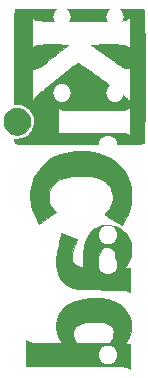
<source format=gbo>
%TF.GenerationSoftware,KiCad,Pcbnew,(6.0.1)*%
%TF.CreationDate,2022-05-05T12:39:53-05:00*%
%TF.ProjectId,RGB_LightsBluetooth,5247425f-4c69-4676-9874-73426c756574,1*%
%TF.SameCoordinates,Original*%
%TF.FileFunction,Legend,Bot*%
%TF.FilePolarity,Positive*%
%FSLAX46Y46*%
G04 Gerber Fmt 4.6, Leading zero omitted, Abs format (unit mm)*
G04 Created by KiCad (PCBNEW (6.0.1)) date 2022-05-05 12:39:53*
%MOMM*%
%LPD*%
G01*
G04 APERTURE LIST*
%ADD10C,0.010000*%
%ADD11C,1.600000*%
%ADD12O,1.600000X1.600000*%
%ADD13R,1.500000X1.050000*%
%ADD14O,1.500000X1.050000*%
%ADD15O,1.524000X1.524000*%
%ADD16R,1.800000X1.800000*%
%ADD17C,1.800000*%
%ADD18R,2.085000X2.085000*%
%ADD19C,2.085000*%
%ADD20R,1.950000X1.950000*%
%ADD21C,1.950000*%
%ADD22R,1.700000X1.700000*%
%ADD23O,1.700000X1.700000*%
%ADD24R,1.600000X1.600000*%
G04 APERTURE END LIST*
D10*
%TO.C,REF\u002A\u002A*%
X123625541Y-74639554D02*
X123625613Y-75165756D01*
X123625613Y-75165756D02*
X123625623Y-75410697D01*
X123625623Y-75410697D02*
X123625623Y-79331301D01*
X123625623Y-79331301D02*
X123856734Y-79331301D01*
X123856734Y-79331301D02*
X124137976Y-79355968D01*
X124137976Y-79355968D02*
X124397359Y-79430416D01*
X124397359Y-79430416D02*
X124636424Y-79555314D01*
X124636424Y-79555314D02*
X124856714Y-79731330D01*
X124856714Y-79731330D02*
X124916210Y-79790882D01*
X124916210Y-79790882D02*
X125084971Y-80005105D01*
X125084971Y-80005105D02*
X125208052Y-80241310D01*
X125208052Y-80241310D02*
X125285510Y-80492483D01*
X125285510Y-80492483D02*
X125317399Y-80751607D01*
X125317399Y-80751607D02*
X125303776Y-81011667D01*
X125303776Y-81011667D02*
X125244697Y-81265647D01*
X125244697Y-81265647D02*
X125140217Y-81506531D01*
X125140217Y-81506531D02*
X124990393Y-81727304D01*
X124990393Y-81727304D02*
X124900001Y-81826457D01*
X124900001Y-81826457D02*
X124678376Y-82011227D01*
X124678376Y-82011227D02*
X124434661Y-82146716D01*
X124434661Y-82146716D02*
X124171643Y-82231744D01*
X124171643Y-82231744D02*
X123892106Y-82265128D01*
X123892106Y-82265128D02*
X123864606Y-82265572D01*
X123864606Y-82265572D02*
X123625632Y-82267322D01*
X123625632Y-82267322D02*
X123625628Y-82372355D01*
X123625628Y-82372355D02*
X123638273Y-82465530D01*
X123638273Y-82465530D02*
X123669040Y-82550644D01*
X123669040Y-82550644D02*
X123672219Y-82556269D01*
X123672219Y-82556269D02*
X123682194Y-82575492D01*
X123682194Y-82575492D02*
X123689962Y-82593145D01*
X123689962Y-82593145D02*
X123697787Y-82609292D01*
X123697787Y-82609292D02*
X123707930Y-82623995D01*
X123707930Y-82623995D02*
X123722655Y-82637319D01*
X123722655Y-82637319D02*
X123744225Y-82649328D01*
X123744225Y-82649328D02*
X123774901Y-82660085D01*
X123774901Y-82660085D02*
X123816947Y-82669654D01*
X123816947Y-82669654D02*
X123872626Y-82678099D01*
X123872626Y-82678099D02*
X123944199Y-82685484D01*
X123944199Y-82685484D02*
X124033930Y-82691873D01*
X124033930Y-82691873D02*
X124144082Y-82697329D01*
X124144082Y-82697329D02*
X124276916Y-82701916D01*
X124276916Y-82701916D02*
X124434696Y-82705698D01*
X124434696Y-82705698D02*
X124619684Y-82708740D01*
X124619684Y-82708740D02*
X124834144Y-82711103D01*
X124834144Y-82711103D02*
X125080337Y-82712853D01*
X125080337Y-82712853D02*
X125360527Y-82714053D01*
X125360527Y-82714053D02*
X125676975Y-82714768D01*
X125676975Y-82714768D02*
X126031946Y-82715060D01*
X126031946Y-82715060D02*
X126427700Y-82714993D01*
X126427700Y-82714993D02*
X126866502Y-82714632D01*
X126866502Y-82714632D02*
X127350614Y-82714040D01*
X127350614Y-82714040D02*
X127882298Y-82713281D01*
X127882298Y-82713281D02*
X128463817Y-82712419D01*
X128463817Y-82712419D02*
X129097433Y-82711518D01*
X129097433Y-82711518D02*
X129174629Y-82711413D01*
X129174629Y-82711413D02*
X129812287Y-82710605D01*
X129812287Y-82710605D02*
X130397582Y-82709919D01*
X130397582Y-82709919D02*
X130932778Y-82709283D01*
X130932778Y-82709283D02*
X131420136Y-82708624D01*
X131420136Y-82708624D02*
X131861917Y-82707869D01*
X131861917Y-82707869D02*
X132260382Y-82706947D01*
X132260382Y-82706947D02*
X132617795Y-82705784D01*
X132617795Y-82705784D02*
X132936415Y-82704307D01*
X132936415Y-82704307D02*
X133218506Y-82702445D01*
X133218506Y-82702445D02*
X133466328Y-82700124D01*
X133466328Y-82700124D02*
X133682143Y-82697271D01*
X133682143Y-82697271D02*
X133868213Y-82693815D01*
X133868213Y-82693815D02*
X134026800Y-82689682D01*
X134026800Y-82689682D02*
X134160164Y-82684800D01*
X134160164Y-82684800D02*
X134270569Y-82679096D01*
X134270569Y-82679096D02*
X134360275Y-82672498D01*
X134360275Y-82672498D02*
X134431544Y-82664932D01*
X134431544Y-82664932D02*
X134486638Y-82656327D01*
X134486638Y-82656327D02*
X134527818Y-82646610D01*
X134527818Y-82646610D02*
X134557346Y-82635707D01*
X134557346Y-82635707D02*
X134577484Y-82623547D01*
X134577484Y-82623547D02*
X134590493Y-82610057D01*
X134590493Y-82610057D02*
X134598636Y-82595163D01*
X134598636Y-82595163D02*
X134604173Y-82578794D01*
X134604173Y-82578794D02*
X134609366Y-82560877D01*
X134609366Y-82560877D02*
X134616477Y-82541339D01*
X134616477Y-82541339D02*
X134618642Y-82536566D01*
X134618642Y-82536566D02*
X134623506Y-82521566D01*
X134623506Y-82521566D02*
X134627976Y-82496459D01*
X134627976Y-82496459D02*
X134632066Y-82459054D01*
X134632066Y-82459054D02*
X134635793Y-82407158D01*
X134635793Y-82407158D02*
X134639173Y-82338580D01*
X134639173Y-82338580D02*
X134642221Y-82251127D01*
X134642221Y-82251127D02*
X134644954Y-82142606D01*
X134644954Y-82142606D02*
X134647387Y-82010826D01*
X134647387Y-82010826D02*
X134649537Y-81853594D01*
X134649537Y-81853594D02*
X134651419Y-81668719D01*
X134651419Y-81668719D02*
X134653049Y-81454007D01*
X134653049Y-81454007D02*
X134654443Y-81207266D01*
X134654443Y-81207266D02*
X134655617Y-80926306D01*
X134655617Y-80926306D02*
X134656587Y-80608932D01*
X134656587Y-80608932D02*
X134657369Y-80252953D01*
X134657369Y-80252953D02*
X134657979Y-79856178D01*
X134657979Y-79856178D02*
X134658432Y-79416412D01*
X134658432Y-79416412D02*
X134658745Y-78931465D01*
X134658745Y-78931465D02*
X134658934Y-78399144D01*
X134658934Y-78399144D02*
X134659013Y-77817257D01*
X134659013Y-77817257D02*
X134659000Y-77183611D01*
X134659000Y-77183611D02*
X134658980Y-76978356D01*
X134658980Y-76978356D02*
X134658876Y-76330653D01*
X134658876Y-76330653D02*
X134658706Y-75735356D01*
X134658706Y-75735356D02*
X134658453Y-75190245D01*
X134658453Y-75190245D02*
X134658098Y-74693103D01*
X134658098Y-74693103D02*
X134657626Y-74241710D01*
X134657626Y-74241710D02*
X134657018Y-73833849D01*
X134657018Y-73833849D02*
X134656258Y-73467300D01*
X134656258Y-73467300D02*
X134655327Y-73139846D01*
X134655327Y-73139846D02*
X134654209Y-72849268D01*
X134654209Y-72849268D02*
X134652886Y-72593348D01*
X134652886Y-72593348D02*
X134651341Y-72369867D01*
X134651341Y-72369867D02*
X134649557Y-72176606D01*
X134649557Y-72176606D02*
X134647516Y-72011348D01*
X134647516Y-72011348D02*
X134645201Y-71871873D01*
X134645201Y-71871873D02*
X134642594Y-71755963D01*
X134642594Y-71755963D02*
X134639678Y-71661400D01*
X134639678Y-71661400D02*
X134636436Y-71585966D01*
X134636436Y-71585966D02*
X134632851Y-71527442D01*
X134632851Y-71527442D02*
X134628905Y-71483609D01*
X134628905Y-71483609D02*
X134624581Y-71452248D01*
X134624581Y-71452248D02*
X134619862Y-71431143D01*
X134619862Y-71431143D02*
X134615540Y-71419637D01*
X134615540Y-71419637D02*
X134606916Y-71399188D01*
X134606916Y-71399188D02*
X134600557Y-71380413D01*
X134600557Y-71380413D02*
X134594203Y-71363240D01*
X134594203Y-71363240D02*
X134585597Y-71347598D01*
X134585597Y-71347598D02*
X134572480Y-71333416D01*
X134572480Y-71333416D02*
X134552594Y-71320623D01*
X134552594Y-71320623D02*
X134523679Y-71309148D01*
X134523679Y-71309148D02*
X134483479Y-71298920D01*
X134483479Y-71298920D02*
X134429733Y-71289867D01*
X134429733Y-71289867D02*
X134360185Y-71281920D01*
X134360185Y-71281920D02*
X134272574Y-71275006D01*
X134272574Y-71275006D02*
X134164644Y-71269055D01*
X134164644Y-71269055D02*
X134034135Y-71263995D01*
X134034135Y-71263995D02*
X133878789Y-71259755D01*
X133878789Y-71259755D02*
X133696348Y-71256265D01*
X133696348Y-71256265D02*
X133484553Y-71253453D01*
X133484553Y-71253453D02*
X133403258Y-71252717D01*
X133403258Y-71252717D02*
X133403258Y-71981639D01*
X133403258Y-71981639D02*
X133403258Y-74558013D01*
X133403258Y-74558013D02*
X133328150Y-74508439D01*
X133328150Y-74508439D02*
X133250968Y-74459122D01*
X133250968Y-74459122D02*
X133177469Y-74417360D01*
X133177469Y-74417360D02*
X133102512Y-74382559D01*
X133102512Y-74382559D02*
X133020953Y-74354123D01*
X133020953Y-74354123D02*
X132927648Y-74331460D01*
X132927648Y-74331460D02*
X132817453Y-74313975D01*
X132817453Y-74313975D02*
X132685225Y-74301074D01*
X132685225Y-74301074D02*
X132525820Y-74292163D01*
X132525820Y-74292163D02*
X132334095Y-74286648D01*
X132334095Y-74286648D02*
X132104907Y-74283936D01*
X132104907Y-74283936D02*
X131833112Y-74283431D01*
X131833112Y-74283431D02*
X131513566Y-74284541D01*
X131513566Y-74284541D02*
X131394932Y-74285170D01*
X131394932Y-74285170D02*
X130123123Y-74292268D01*
X130123123Y-74292268D02*
X131220010Y-75097967D01*
X131220010Y-75097967D02*
X131531183Y-75326221D01*
X131531183Y-75326221D02*
X131802143Y-75523975D01*
X131802143Y-75523975D02*
X132036478Y-75693365D01*
X132036478Y-75693365D02*
X132237780Y-75836527D01*
X132237780Y-75836527D02*
X132409637Y-75955595D01*
X132409637Y-75955595D02*
X132555640Y-76052705D01*
X132555640Y-76052705D02*
X132679378Y-76129993D01*
X132679378Y-76129993D02*
X132784441Y-76189593D01*
X132784441Y-76189593D02*
X132874420Y-76233641D01*
X132874420Y-76233641D02*
X132952903Y-76264272D01*
X132952903Y-76264272D02*
X133023480Y-76283622D01*
X133023480Y-76283622D02*
X133089742Y-76293825D01*
X133089742Y-76293825D02*
X133155277Y-76297017D01*
X133155277Y-76297017D02*
X133223677Y-76295333D01*
X133223677Y-76295333D02*
X133232274Y-76294903D01*
X133232274Y-76294903D02*
X133403372Y-76286032D01*
X133403372Y-76286032D02*
X133403315Y-77697764D01*
X133403315Y-77697764D02*
X133403258Y-79109495D01*
X133403258Y-79109495D02*
X133191500Y-78899484D01*
X133191500Y-78899484D02*
X133133582Y-78842496D01*
X133133582Y-78842496D02*
X133077225Y-78788434D01*
X133077225Y-78788434D02*
X133019322Y-78734924D01*
X133019322Y-78734924D02*
X132956764Y-78679596D01*
X132956764Y-78679596D02*
X132886443Y-78620075D01*
X132886443Y-78620075D02*
X132805251Y-78553989D01*
X132805251Y-78553989D02*
X132710081Y-78478966D01*
X132710081Y-78478966D02*
X132597823Y-78392633D01*
X132597823Y-78392633D02*
X132465370Y-78292617D01*
X132465370Y-78292617D02*
X132309614Y-78176546D01*
X132309614Y-78176546D02*
X132127446Y-78042048D01*
X132127446Y-78042048D02*
X131915760Y-77886749D01*
X131915760Y-77886749D02*
X131671446Y-77708278D01*
X131671446Y-77708278D02*
X131391397Y-77504260D01*
X131391397Y-77504260D02*
X131072504Y-77272325D01*
X131072504Y-77272325D02*
X130810920Y-77082218D01*
X130810920Y-77082218D02*
X130482292Y-76843628D01*
X130482292Y-76843628D02*
X130194957Y-76635492D01*
X130194957Y-76635492D02*
X129946187Y-76455925D01*
X129946187Y-76455925D02*
X129733254Y-76303043D01*
X129733254Y-76303043D02*
X129553430Y-76174959D01*
X129553430Y-76174959D02*
X129403986Y-76069788D01*
X129403986Y-76069788D02*
X129282196Y-75985645D01*
X129282196Y-75985645D02*
X129185331Y-75920643D01*
X129185331Y-75920643D02*
X129110662Y-75872897D01*
X129110662Y-75872897D02*
X129055463Y-75840523D01*
X129055463Y-75840523D02*
X129017004Y-75821634D01*
X129017004Y-75821634D02*
X128992559Y-75814345D01*
X128992559Y-75814345D02*
X128979706Y-75816536D01*
X128979706Y-75816536D02*
X128945504Y-75843087D01*
X128945504Y-75843087D02*
X128873108Y-75900492D01*
X128873108Y-75900492D02*
X128766820Y-75985287D01*
X128766820Y-75985287D02*
X128630945Y-76094008D01*
X128630945Y-76094008D02*
X128469784Y-76223192D01*
X128469784Y-76223192D02*
X128287643Y-76369374D01*
X128287643Y-76369374D02*
X128088822Y-76529091D01*
X128088822Y-76529091D02*
X127877627Y-76698879D01*
X127877627Y-76698879D02*
X127658359Y-76875274D01*
X127658359Y-76875274D02*
X127435323Y-77054813D01*
X127435323Y-77054813D02*
X127312720Y-77153565D01*
X127312720Y-77153565D02*
X127312720Y-79605452D01*
X127312720Y-79605452D02*
X127681430Y-79809258D01*
X127681430Y-79809258D02*
X133034548Y-79809258D01*
X133034548Y-79809258D02*
X133403258Y-79605452D01*
X133403258Y-79605452D02*
X133403258Y-80810889D01*
X133403258Y-80810889D02*
X133403174Y-81098659D01*
X133403174Y-81098659D02*
X133402797Y-81336353D01*
X133402797Y-81336353D02*
X133401935Y-81528518D01*
X133401935Y-81528518D02*
X133400400Y-81679702D01*
X133400400Y-81679702D02*
X133398000Y-81794452D01*
X133398000Y-81794452D02*
X133394546Y-81877315D01*
X133394546Y-81877315D02*
X133389849Y-81932838D01*
X133389849Y-81932838D02*
X133383717Y-81965570D01*
X133383717Y-81965570D02*
X133375961Y-81980057D01*
X133375961Y-81980057D02*
X133366391Y-81980847D01*
X133366391Y-81980847D02*
X133354817Y-81972487D01*
X133354817Y-81972487D02*
X133354721Y-81972401D01*
X133354721Y-81972401D02*
X133304907Y-81937964D01*
X133304907Y-81937964D02*
X133223910Y-81892363D01*
X133223910Y-81892363D02*
X133143055Y-81852092D01*
X133143055Y-81852092D02*
X132979925Y-81775709D01*
X132979925Y-81775709D02*
X130146322Y-81767919D01*
X130146322Y-81767919D02*
X127312720Y-81760129D01*
X127312720Y-81760129D02*
X127312720Y-79605452D01*
X127312720Y-79605452D02*
X127312720Y-77153565D01*
X127312720Y-77153565D02*
X127212821Y-77234031D01*
X127212821Y-77234031D02*
X126995157Y-77409464D01*
X126995157Y-77409464D02*
X126786633Y-77577650D01*
X126786633Y-77577650D02*
X126591554Y-77735123D01*
X126591554Y-77735123D02*
X126414221Y-77878421D01*
X126414221Y-77878421D02*
X126258939Y-78004079D01*
X126258939Y-78004079D02*
X126130010Y-78108634D01*
X126130010Y-78108634D02*
X126031738Y-78188621D01*
X126031738Y-78188621D02*
X125974441Y-78235602D01*
X125974441Y-78235602D02*
X125760180Y-78418037D01*
X125760180Y-78418037D02*
X125566830Y-78593548D01*
X125566830Y-78593548D02*
X125400720Y-78755984D01*
X125400720Y-78755984D02*
X125268180Y-78899195D01*
X125268180Y-78899195D02*
X125186921Y-79000829D01*
X125186921Y-79000829D02*
X125100462Y-79121002D01*
X125100462Y-79121002D02*
X125100462Y-76357160D01*
X125100462Y-76357160D02*
X125262646Y-76357936D01*
X125262646Y-76357936D02*
X125381883Y-76350212D01*
X125381883Y-76350212D02*
X125492426Y-76321172D01*
X125492426Y-76321172D02*
X125597216Y-76276218D01*
X125597216Y-76276218D02*
X125656416Y-76246996D01*
X125656416Y-76246996D02*
X125715074Y-76215577D01*
X125715074Y-76215577D02*
X125777086Y-76179091D01*
X125777086Y-76179091D02*
X125846345Y-76134669D01*
X125846345Y-76134669D02*
X125926746Y-76079439D01*
X125926746Y-76079439D02*
X126022181Y-76010531D01*
X126022181Y-76010531D02*
X126136547Y-75925077D01*
X126136547Y-75925077D02*
X126273735Y-75820204D01*
X126273735Y-75820204D02*
X126437642Y-75693045D01*
X126437642Y-75693045D02*
X126632160Y-75540727D01*
X126632160Y-75540727D02*
X126861185Y-75360382D01*
X126861185Y-75360382D02*
X127128609Y-75149138D01*
X127128609Y-75149138D02*
X127158783Y-75125279D01*
X127158783Y-75125279D02*
X128212195Y-74292268D01*
X128212195Y-74292268D02*
X127045522Y-74284204D01*
X127045522Y-74284204D02*
X126696069Y-74282580D01*
X126696069Y-74282580D02*
X126400230Y-74282926D01*
X126400230Y-74282926D02*
X126157030Y-74285258D01*
X126157030Y-74285258D02*
X125965493Y-74289593D01*
X125965493Y-74289593D02*
X125824644Y-74295949D01*
X125824644Y-74295949D02*
X125733508Y-74304341D01*
X125733508Y-74304341D02*
X125716220Y-74307162D01*
X125716220Y-74307162D02*
X125534117Y-74351416D01*
X125534117Y-74351416D02*
X125369950Y-74409398D01*
X125369950Y-74409398D02*
X125237954Y-74475563D01*
X125237954Y-74475563D02*
X125181972Y-74515313D01*
X125181972Y-74515313D02*
X125100462Y-74583898D01*
X125100462Y-74583898D02*
X125100462Y-73282547D01*
X125100462Y-73282547D02*
X125100728Y-72972115D01*
X125100728Y-72972115D02*
X125101591Y-72712523D01*
X125101591Y-72712523D02*
X125103154Y-72499986D01*
X125103154Y-72499986D02*
X125105517Y-72330724D01*
X125105517Y-72330724D02*
X125108780Y-72200952D01*
X125108780Y-72200952D02*
X125113045Y-72106889D01*
X125113045Y-72106889D02*
X125118413Y-72044752D01*
X125118413Y-72044752D02*
X125124983Y-72010759D01*
X125124983Y-72010759D02*
X125132858Y-72001126D01*
X125132858Y-72001126D02*
X125134602Y-72001792D01*
X125134602Y-72001792D02*
X125176243Y-72029380D01*
X125176243Y-72029380D02*
X125242248Y-72075436D01*
X125242248Y-72075436D02*
X125275631Y-72099265D01*
X125275631Y-72099265D02*
X125308944Y-72123901D01*
X125308944Y-72123901D02*
X125338734Y-72146045D01*
X125338734Y-72146045D02*
X125367933Y-72165836D01*
X125367933Y-72165836D02*
X125399474Y-72183414D01*
X125399474Y-72183414D02*
X125436286Y-72198919D01*
X125436286Y-72198919D02*
X125481303Y-72212489D01*
X125481303Y-72212489D02*
X125537455Y-72224264D01*
X125537455Y-72224264D02*
X125607675Y-72234384D01*
X125607675Y-72234384D02*
X125694894Y-72242987D01*
X125694894Y-72242987D02*
X125802043Y-72250214D01*
X125802043Y-72250214D02*
X125932055Y-72256204D01*
X125932055Y-72256204D02*
X126087861Y-72261096D01*
X126087861Y-72261096D02*
X126272393Y-72265029D01*
X126272393Y-72265029D02*
X126488581Y-72268143D01*
X126488581Y-72268143D02*
X126739359Y-72270578D01*
X126739359Y-72270578D02*
X127027658Y-72272473D01*
X127027658Y-72272473D02*
X127356409Y-72273967D01*
X127356409Y-72273967D02*
X127728543Y-72275199D01*
X127728543Y-72275199D02*
X128146994Y-72276310D01*
X128146994Y-72276310D02*
X128614691Y-72277438D01*
X128614691Y-72277438D02*
X129044354Y-72278492D01*
X129044354Y-72278492D02*
X129523353Y-72279488D01*
X129523353Y-72279488D02*
X129980362Y-72280006D01*
X129980362Y-72280006D02*
X130412464Y-72280059D01*
X130412464Y-72280059D02*
X130816738Y-72279662D01*
X130816738Y-72279662D02*
X131190265Y-72278828D01*
X131190265Y-72278828D02*
X131530127Y-72277571D01*
X131530127Y-72277571D02*
X131833404Y-72275906D01*
X131833404Y-72275906D02*
X132097177Y-72273844D01*
X132097177Y-72273844D02*
X132318527Y-72271401D01*
X132318527Y-72271401D02*
X132494535Y-72268590D01*
X132494535Y-72268590D02*
X132622283Y-72265424D01*
X132622283Y-72265424D02*
X132698849Y-72261918D01*
X132698849Y-72261918D02*
X132706941Y-72261255D01*
X132706941Y-72261255D02*
X132892568Y-72237095D01*
X132892568Y-72237095D02*
X133041647Y-72199376D01*
X133041647Y-72199376D02*
X133171750Y-72141936D01*
X133171750Y-72141936D02*
X133300452Y-72058611D01*
X133300452Y-72058611D02*
X133314494Y-72048189D01*
X133314494Y-72048189D02*
X133403258Y-71981639D01*
X133403258Y-71981639D02*
X133403258Y-71252717D01*
X133403258Y-71252717D02*
X133241145Y-71251248D01*
X133241145Y-71251248D02*
X132963867Y-71249579D01*
X132963867Y-71249579D02*
X132650459Y-71248375D01*
X132650459Y-71248375D02*
X132298664Y-71247565D01*
X132298664Y-71247565D02*
X131906223Y-71247078D01*
X131906223Y-71247078D02*
X131470877Y-71246844D01*
X131470877Y-71246844D02*
X130990368Y-71246789D01*
X130990368Y-71246789D02*
X130462438Y-71246844D01*
X130462438Y-71246844D02*
X129884828Y-71246938D01*
X129884828Y-71246938D02*
X129255279Y-71246998D01*
X129255279Y-71246998D02*
X129130301Y-71247000D01*
X129130301Y-71247000D02*
X128494122Y-71247035D01*
X128494122Y-71247035D02*
X127910325Y-71247153D01*
X127910325Y-71247153D02*
X127376668Y-71247372D01*
X127376668Y-71247372D02*
X126890909Y-71247708D01*
X126890909Y-71247708D02*
X126450805Y-71248178D01*
X126450805Y-71248178D02*
X126054116Y-71248802D01*
X126054116Y-71248802D02*
X125698599Y-71249594D01*
X125698599Y-71249594D02*
X125382012Y-71250574D01*
X125382012Y-71250574D02*
X125102113Y-71251758D01*
X125102113Y-71251758D02*
X124856661Y-71253164D01*
X124856661Y-71253164D02*
X124643413Y-71254810D01*
X124643413Y-71254810D02*
X124460128Y-71256712D01*
X124460128Y-71256712D02*
X124304564Y-71258887D01*
X124304564Y-71258887D02*
X124174478Y-71261355D01*
X124174478Y-71261355D02*
X124067629Y-71264131D01*
X124067629Y-71264131D02*
X123981775Y-71267233D01*
X123981775Y-71267233D02*
X123914674Y-71270679D01*
X123914674Y-71270679D02*
X123864084Y-71274485D01*
X123864084Y-71274485D02*
X123827764Y-71278670D01*
X123827764Y-71278670D02*
X123803470Y-71283251D01*
X123803470Y-71283251D02*
X123788962Y-71288245D01*
X123788962Y-71288245D02*
X123788600Y-71288430D01*
X123788600Y-71288430D02*
X123766437Y-71298715D01*
X123766437Y-71298715D02*
X123746372Y-71307282D01*
X123746372Y-71307282D02*
X123728301Y-71316759D01*
X123728301Y-71316759D02*
X123712121Y-71329774D01*
X123712121Y-71329774D02*
X123697726Y-71348957D01*
X123697726Y-71348957D02*
X123685014Y-71376935D01*
X123685014Y-71376935D02*
X123673880Y-71416337D01*
X123673880Y-71416337D02*
X123664221Y-71469792D01*
X123664221Y-71469792D02*
X123655932Y-71539929D01*
X123655932Y-71539929D02*
X123648910Y-71629376D01*
X123648910Y-71629376D02*
X123643050Y-71740762D01*
X123643050Y-71740762D02*
X123638250Y-71876716D01*
X123638250Y-71876716D02*
X123634404Y-72039865D01*
X123634404Y-72039865D02*
X123631409Y-72232839D01*
X123631409Y-72232839D02*
X123629161Y-72458267D01*
X123629161Y-72458267D02*
X123627556Y-72718776D01*
X123627556Y-72718776D02*
X123626491Y-73016996D01*
X123626491Y-73016996D02*
X123625860Y-73355555D01*
X123625860Y-73355555D02*
X123625561Y-73737082D01*
X123625561Y-73737082D02*
X123625490Y-74164206D01*
X123625490Y-74164206D02*
X123625541Y-74639554D01*
X123625541Y-74639554D02*
X123625541Y-74639554D01*
G36*
X133696348Y-71256265D02*
G01*
X133878789Y-71259755D01*
X134034135Y-71263995D01*
X134164644Y-71269055D01*
X134272574Y-71275006D01*
X134360185Y-71281920D01*
X134429733Y-71289867D01*
X134483479Y-71298920D01*
X134523679Y-71309148D01*
X134552594Y-71320623D01*
X134572480Y-71333416D01*
X134585597Y-71347598D01*
X134594203Y-71363240D01*
X134600557Y-71380413D01*
X134606916Y-71399188D01*
X134615540Y-71419637D01*
X134619862Y-71431143D01*
X134624581Y-71452248D01*
X134628905Y-71483609D01*
X134632851Y-71527442D01*
X134636436Y-71585966D01*
X134639678Y-71661400D01*
X134642594Y-71755963D01*
X134645201Y-71871873D01*
X134647516Y-72011348D01*
X134649557Y-72176606D01*
X134651341Y-72369867D01*
X134652886Y-72593348D01*
X134654209Y-72849268D01*
X134655327Y-73139846D01*
X134656258Y-73467300D01*
X134657018Y-73833849D01*
X134657626Y-74241710D01*
X134658098Y-74693103D01*
X134658453Y-75190245D01*
X134658706Y-75735356D01*
X134658876Y-76330653D01*
X134658980Y-76978356D01*
X134659000Y-77183611D01*
X134659013Y-77817257D01*
X134658934Y-78399144D01*
X134658745Y-78931465D01*
X134658432Y-79416412D01*
X134657979Y-79856178D01*
X134657369Y-80252953D01*
X134656587Y-80608932D01*
X134655617Y-80926306D01*
X134654443Y-81207266D01*
X134653049Y-81454007D01*
X134651419Y-81668719D01*
X134649537Y-81853594D01*
X134647387Y-82010826D01*
X134644954Y-82142606D01*
X134642221Y-82251127D01*
X134639173Y-82338580D01*
X134635793Y-82407158D01*
X134632066Y-82459054D01*
X134627976Y-82496459D01*
X134623506Y-82521566D01*
X134618642Y-82536566D01*
X134616477Y-82541339D01*
X134609366Y-82560877D01*
X134604173Y-82578794D01*
X134598636Y-82595163D01*
X134590493Y-82610057D01*
X134577484Y-82623547D01*
X134557346Y-82635707D01*
X134527818Y-82646610D01*
X134486638Y-82656327D01*
X134431544Y-82664932D01*
X134360275Y-82672498D01*
X134270569Y-82679096D01*
X134160164Y-82684800D01*
X134026800Y-82689682D01*
X133868213Y-82693815D01*
X133682143Y-82697271D01*
X133466328Y-82700124D01*
X133218506Y-82702445D01*
X132936415Y-82704307D01*
X132617795Y-82705784D01*
X132260382Y-82706947D01*
X131861917Y-82707869D01*
X131420136Y-82708624D01*
X130932778Y-82709283D01*
X130397582Y-82709919D01*
X129812287Y-82710605D01*
X129174629Y-82711413D01*
X129097433Y-82711518D01*
X128463817Y-82712419D01*
X127882298Y-82713281D01*
X127350614Y-82714040D01*
X126866502Y-82714632D01*
X126427700Y-82714993D01*
X126031946Y-82715060D01*
X125676975Y-82714768D01*
X125360527Y-82714053D01*
X125080337Y-82712853D01*
X124834144Y-82711103D01*
X124619684Y-82708740D01*
X124434696Y-82705698D01*
X124276916Y-82701916D01*
X124144082Y-82697329D01*
X124033930Y-82691873D01*
X123944199Y-82685484D01*
X123872626Y-82678099D01*
X123816947Y-82669654D01*
X123774901Y-82660085D01*
X123744225Y-82649328D01*
X123722655Y-82637319D01*
X123707930Y-82623995D01*
X123697787Y-82609292D01*
X123689962Y-82593145D01*
X123682194Y-82575492D01*
X123672219Y-82556269D01*
X123669040Y-82550644D01*
X123638273Y-82465530D01*
X123625628Y-82372355D01*
X123625632Y-82267322D01*
X123864606Y-82265572D01*
X123892106Y-82265128D01*
X124171643Y-82231744D01*
X124434661Y-82146716D01*
X124678376Y-82011227D01*
X124900001Y-81826457D01*
X124990393Y-81727304D01*
X125140217Y-81506531D01*
X125244697Y-81265647D01*
X125303776Y-81011667D01*
X125317399Y-80751607D01*
X125285510Y-80492483D01*
X125208052Y-80241310D01*
X125084971Y-80005105D01*
X124916210Y-79790882D01*
X124856714Y-79731330D01*
X124699173Y-79605452D01*
X127312720Y-79605452D01*
X127312720Y-81760129D01*
X130146322Y-81767919D01*
X132979925Y-81775709D01*
X133143055Y-81852092D01*
X133223910Y-81892363D01*
X133304907Y-81937964D01*
X133354721Y-81972401D01*
X133354817Y-81972487D01*
X133366391Y-81980847D01*
X133375961Y-81980057D01*
X133383717Y-81965570D01*
X133389849Y-81932838D01*
X133394546Y-81877315D01*
X133398000Y-81794452D01*
X133400400Y-81679702D01*
X133401935Y-81528518D01*
X133402797Y-81336353D01*
X133403174Y-81098659D01*
X133403258Y-80810889D01*
X133403258Y-79605452D01*
X133034548Y-79809258D01*
X127681430Y-79809258D01*
X127312720Y-79605452D01*
X124699173Y-79605452D01*
X124636424Y-79555314D01*
X124397359Y-79430416D01*
X124137976Y-79355968D01*
X123856734Y-79331301D01*
X123625623Y-79331301D01*
X123625623Y-79121002D01*
X125100462Y-79121002D01*
X125186921Y-79000829D01*
X125268180Y-78899195D01*
X125400720Y-78755984D01*
X125566830Y-78593548D01*
X125760180Y-78418037D01*
X125974441Y-78235602D01*
X126031738Y-78188621D01*
X126130010Y-78108634D01*
X126258939Y-78004079D01*
X126414221Y-77878421D01*
X126591554Y-77735123D01*
X126786633Y-77577650D01*
X126995157Y-77409464D01*
X127212821Y-77234031D01*
X127312720Y-77153565D01*
X127435323Y-77054813D01*
X127658359Y-76875274D01*
X127877627Y-76698879D01*
X128088822Y-76529091D01*
X128287643Y-76369374D01*
X128469784Y-76223192D01*
X128630945Y-76094008D01*
X128766820Y-75985287D01*
X128873108Y-75900492D01*
X128945504Y-75843087D01*
X128979706Y-75816536D01*
X128992559Y-75814345D01*
X129017004Y-75821634D01*
X129055463Y-75840523D01*
X129110662Y-75872897D01*
X129185331Y-75920643D01*
X129282196Y-75985645D01*
X129403986Y-76069788D01*
X129553430Y-76174959D01*
X129733254Y-76303043D01*
X129946187Y-76455925D01*
X130194957Y-76635492D01*
X130482292Y-76843628D01*
X130810920Y-77082218D01*
X131072504Y-77272325D01*
X131391397Y-77504260D01*
X131671446Y-77708278D01*
X131915760Y-77886749D01*
X132127446Y-78042048D01*
X132309614Y-78176546D01*
X132465370Y-78292617D01*
X132597823Y-78392633D01*
X132710081Y-78478966D01*
X132805251Y-78553989D01*
X132886443Y-78620075D01*
X132956764Y-78679596D01*
X133019322Y-78734924D01*
X133077225Y-78788434D01*
X133133582Y-78842496D01*
X133191500Y-78899484D01*
X133403258Y-79109495D01*
X133403315Y-77697764D01*
X133403372Y-76286032D01*
X133232274Y-76294903D01*
X133223677Y-76295333D01*
X133155277Y-76297017D01*
X133089742Y-76293825D01*
X133023480Y-76283622D01*
X132952903Y-76264272D01*
X132874420Y-76233641D01*
X132784441Y-76189593D01*
X132679378Y-76129993D01*
X132555640Y-76052705D01*
X132409637Y-75955595D01*
X132237780Y-75836527D01*
X132036478Y-75693365D01*
X131802143Y-75523975D01*
X131531183Y-75326221D01*
X131220010Y-75097967D01*
X130123123Y-74292268D01*
X131394932Y-74285170D01*
X131513566Y-74284541D01*
X131833112Y-74283431D01*
X132104907Y-74283936D01*
X132334095Y-74286648D01*
X132525820Y-74292163D01*
X132685225Y-74301074D01*
X132817453Y-74313975D01*
X132927648Y-74331460D01*
X133020953Y-74354123D01*
X133102512Y-74382559D01*
X133177469Y-74417360D01*
X133250968Y-74459122D01*
X133328150Y-74508439D01*
X133403258Y-74558013D01*
X133403258Y-71981639D01*
X133314494Y-72048189D01*
X133300452Y-72058611D01*
X133171750Y-72141936D01*
X133041647Y-72199376D01*
X132892568Y-72237095D01*
X132706941Y-72261255D01*
X132698849Y-72261918D01*
X132622283Y-72265424D01*
X132494535Y-72268590D01*
X132318527Y-72271401D01*
X132097177Y-72273844D01*
X131833404Y-72275906D01*
X131530127Y-72277571D01*
X131190265Y-72278828D01*
X130816738Y-72279662D01*
X130412464Y-72280059D01*
X129980362Y-72280006D01*
X129523353Y-72279488D01*
X129044354Y-72278492D01*
X128614691Y-72277438D01*
X128146994Y-72276310D01*
X127728543Y-72275199D01*
X127356409Y-72273967D01*
X127027658Y-72272473D01*
X126739359Y-72270578D01*
X126488581Y-72268143D01*
X126272393Y-72265029D01*
X126087861Y-72261096D01*
X125932055Y-72256204D01*
X125802043Y-72250214D01*
X125694894Y-72242987D01*
X125607675Y-72234384D01*
X125537455Y-72224264D01*
X125481303Y-72212489D01*
X125436286Y-72198919D01*
X125399474Y-72183414D01*
X125367933Y-72165836D01*
X125338734Y-72146045D01*
X125308944Y-72123901D01*
X125275631Y-72099265D01*
X125242248Y-72075436D01*
X125176243Y-72029380D01*
X125134602Y-72001792D01*
X125132858Y-72001126D01*
X125124983Y-72010759D01*
X125118413Y-72044752D01*
X125113045Y-72106889D01*
X125108780Y-72200952D01*
X125105517Y-72330724D01*
X125103154Y-72499986D01*
X125101591Y-72712523D01*
X125100728Y-72972115D01*
X125100462Y-73282547D01*
X125100462Y-74583898D01*
X125181972Y-74515313D01*
X125237954Y-74475563D01*
X125369950Y-74409398D01*
X125534117Y-74351416D01*
X125716220Y-74307162D01*
X125733508Y-74304341D01*
X125824644Y-74295949D01*
X125965493Y-74289593D01*
X126157030Y-74285258D01*
X126400230Y-74282926D01*
X126696069Y-74282580D01*
X127045522Y-74284204D01*
X128212195Y-74292268D01*
X127158783Y-75125279D01*
X127128609Y-75149138D01*
X126861185Y-75360382D01*
X126632160Y-75540727D01*
X126437642Y-75693045D01*
X126273735Y-75820204D01*
X126136547Y-75925077D01*
X126022181Y-76010531D01*
X125926746Y-76079439D01*
X125846345Y-76134669D01*
X125777086Y-76179091D01*
X125715074Y-76215577D01*
X125656416Y-76246996D01*
X125597216Y-76276218D01*
X125492426Y-76321172D01*
X125381883Y-76350212D01*
X125262646Y-76357936D01*
X125100462Y-76357160D01*
X125100462Y-79121002D01*
X123625623Y-79121002D01*
X123625623Y-75410697D01*
X123625613Y-75165756D01*
X123625541Y-74639554D01*
X123625490Y-74164206D01*
X123625561Y-73737082D01*
X123625860Y-73355555D01*
X123626491Y-73016996D01*
X123627556Y-72718776D01*
X123629161Y-72458267D01*
X123631409Y-72232839D01*
X123634404Y-72039865D01*
X123638250Y-71876716D01*
X123643050Y-71740762D01*
X123648910Y-71629376D01*
X123655932Y-71539929D01*
X123664221Y-71469792D01*
X123673880Y-71416337D01*
X123685014Y-71376935D01*
X123697726Y-71348957D01*
X123712121Y-71329774D01*
X123728301Y-71316759D01*
X123746372Y-71307282D01*
X123766437Y-71298715D01*
X123788600Y-71288430D01*
X123788962Y-71288245D01*
X123803470Y-71283251D01*
X123827764Y-71278670D01*
X123864084Y-71274485D01*
X123914674Y-71270679D01*
X123981775Y-71267233D01*
X124067629Y-71264131D01*
X124174478Y-71261355D01*
X124304564Y-71258887D01*
X124460128Y-71256712D01*
X124643413Y-71254810D01*
X124856661Y-71253164D01*
X125102113Y-71251758D01*
X125382012Y-71250574D01*
X125698599Y-71249594D01*
X126054116Y-71248802D01*
X126450805Y-71248178D01*
X126890909Y-71247708D01*
X127376668Y-71247372D01*
X127910325Y-71247153D01*
X128494122Y-71247035D01*
X129130301Y-71247000D01*
X129255279Y-71246998D01*
X129884828Y-71246938D01*
X130462438Y-71246844D01*
X130990368Y-71246789D01*
X131470877Y-71246844D01*
X131906223Y-71247078D01*
X132298664Y-71247565D01*
X132650459Y-71248375D01*
X132963867Y-71249579D01*
X133241145Y-71251248D01*
X133403258Y-71252717D01*
X133484553Y-71253453D01*
X133696348Y-71256265D01*
G37*
X133696348Y-71256265D02*
X133878789Y-71259755D01*
X134034135Y-71263995D01*
X134164644Y-71269055D01*
X134272574Y-71275006D01*
X134360185Y-71281920D01*
X134429733Y-71289867D01*
X134483479Y-71298920D01*
X134523679Y-71309148D01*
X134552594Y-71320623D01*
X134572480Y-71333416D01*
X134585597Y-71347598D01*
X134594203Y-71363240D01*
X134600557Y-71380413D01*
X134606916Y-71399188D01*
X134615540Y-71419637D01*
X134619862Y-71431143D01*
X134624581Y-71452248D01*
X134628905Y-71483609D01*
X134632851Y-71527442D01*
X134636436Y-71585966D01*
X134639678Y-71661400D01*
X134642594Y-71755963D01*
X134645201Y-71871873D01*
X134647516Y-72011348D01*
X134649557Y-72176606D01*
X134651341Y-72369867D01*
X134652886Y-72593348D01*
X134654209Y-72849268D01*
X134655327Y-73139846D01*
X134656258Y-73467300D01*
X134657018Y-73833849D01*
X134657626Y-74241710D01*
X134658098Y-74693103D01*
X134658453Y-75190245D01*
X134658706Y-75735356D01*
X134658876Y-76330653D01*
X134658980Y-76978356D01*
X134659000Y-77183611D01*
X134659013Y-77817257D01*
X134658934Y-78399144D01*
X134658745Y-78931465D01*
X134658432Y-79416412D01*
X134657979Y-79856178D01*
X134657369Y-80252953D01*
X134656587Y-80608932D01*
X134655617Y-80926306D01*
X134654443Y-81207266D01*
X134653049Y-81454007D01*
X134651419Y-81668719D01*
X134649537Y-81853594D01*
X134647387Y-82010826D01*
X134644954Y-82142606D01*
X134642221Y-82251127D01*
X134639173Y-82338580D01*
X134635793Y-82407158D01*
X134632066Y-82459054D01*
X134627976Y-82496459D01*
X134623506Y-82521566D01*
X134618642Y-82536566D01*
X134616477Y-82541339D01*
X134609366Y-82560877D01*
X134604173Y-82578794D01*
X134598636Y-82595163D01*
X134590493Y-82610057D01*
X134577484Y-82623547D01*
X134557346Y-82635707D01*
X134527818Y-82646610D01*
X134486638Y-82656327D01*
X134431544Y-82664932D01*
X134360275Y-82672498D01*
X134270569Y-82679096D01*
X134160164Y-82684800D01*
X134026800Y-82689682D01*
X133868213Y-82693815D01*
X133682143Y-82697271D01*
X133466328Y-82700124D01*
X133218506Y-82702445D01*
X132936415Y-82704307D01*
X132617795Y-82705784D01*
X132260382Y-82706947D01*
X131861917Y-82707869D01*
X131420136Y-82708624D01*
X130932778Y-82709283D01*
X130397582Y-82709919D01*
X129812287Y-82710605D01*
X129174629Y-82711413D01*
X129097433Y-82711518D01*
X128463817Y-82712419D01*
X127882298Y-82713281D01*
X127350614Y-82714040D01*
X126866502Y-82714632D01*
X126427700Y-82714993D01*
X126031946Y-82715060D01*
X125676975Y-82714768D01*
X125360527Y-82714053D01*
X125080337Y-82712853D01*
X124834144Y-82711103D01*
X124619684Y-82708740D01*
X124434696Y-82705698D01*
X124276916Y-82701916D01*
X124144082Y-82697329D01*
X124033930Y-82691873D01*
X123944199Y-82685484D01*
X123872626Y-82678099D01*
X123816947Y-82669654D01*
X123774901Y-82660085D01*
X123744225Y-82649328D01*
X123722655Y-82637319D01*
X123707930Y-82623995D01*
X123697787Y-82609292D01*
X123689962Y-82593145D01*
X123682194Y-82575492D01*
X123672219Y-82556269D01*
X123669040Y-82550644D01*
X123638273Y-82465530D01*
X123625628Y-82372355D01*
X123625632Y-82267322D01*
X123864606Y-82265572D01*
X123892106Y-82265128D01*
X124171643Y-82231744D01*
X124434661Y-82146716D01*
X124678376Y-82011227D01*
X124900001Y-81826457D01*
X124990393Y-81727304D01*
X125140217Y-81506531D01*
X125244697Y-81265647D01*
X125303776Y-81011667D01*
X125317399Y-80751607D01*
X125285510Y-80492483D01*
X125208052Y-80241310D01*
X125084971Y-80005105D01*
X124916210Y-79790882D01*
X124856714Y-79731330D01*
X124699173Y-79605452D01*
X127312720Y-79605452D01*
X127312720Y-81760129D01*
X130146322Y-81767919D01*
X132979925Y-81775709D01*
X133143055Y-81852092D01*
X133223910Y-81892363D01*
X133304907Y-81937964D01*
X133354721Y-81972401D01*
X133354817Y-81972487D01*
X133366391Y-81980847D01*
X133375961Y-81980057D01*
X133383717Y-81965570D01*
X133389849Y-81932838D01*
X133394546Y-81877315D01*
X133398000Y-81794452D01*
X133400400Y-81679702D01*
X133401935Y-81528518D01*
X133402797Y-81336353D01*
X133403174Y-81098659D01*
X133403258Y-80810889D01*
X133403258Y-79605452D01*
X133034548Y-79809258D01*
X127681430Y-79809258D01*
X127312720Y-79605452D01*
X124699173Y-79605452D01*
X124636424Y-79555314D01*
X124397359Y-79430416D01*
X124137976Y-79355968D01*
X123856734Y-79331301D01*
X123625623Y-79331301D01*
X123625623Y-79121002D01*
X125100462Y-79121002D01*
X125186921Y-79000829D01*
X125268180Y-78899195D01*
X125400720Y-78755984D01*
X125566830Y-78593548D01*
X125760180Y-78418037D01*
X125974441Y-78235602D01*
X126031738Y-78188621D01*
X126130010Y-78108634D01*
X126258939Y-78004079D01*
X126414221Y-77878421D01*
X126591554Y-77735123D01*
X126786633Y-77577650D01*
X126995157Y-77409464D01*
X127212821Y-77234031D01*
X127312720Y-77153565D01*
X127435323Y-77054813D01*
X127658359Y-76875274D01*
X127877627Y-76698879D01*
X128088822Y-76529091D01*
X128287643Y-76369374D01*
X128469784Y-76223192D01*
X128630945Y-76094008D01*
X128766820Y-75985287D01*
X128873108Y-75900492D01*
X128945504Y-75843087D01*
X128979706Y-75816536D01*
X128992559Y-75814345D01*
X129017004Y-75821634D01*
X129055463Y-75840523D01*
X129110662Y-75872897D01*
X129185331Y-75920643D01*
X129282196Y-75985645D01*
X129403986Y-76069788D01*
X129553430Y-76174959D01*
X129733254Y-76303043D01*
X129946187Y-76455925D01*
X130194957Y-76635492D01*
X130482292Y-76843628D01*
X130810920Y-77082218D01*
X131072504Y-77272325D01*
X131391397Y-77504260D01*
X131671446Y-77708278D01*
X131915760Y-77886749D01*
X132127446Y-78042048D01*
X132309614Y-78176546D01*
X132465370Y-78292617D01*
X132597823Y-78392633D01*
X132710081Y-78478966D01*
X132805251Y-78553989D01*
X132886443Y-78620075D01*
X132956764Y-78679596D01*
X133019322Y-78734924D01*
X133077225Y-78788434D01*
X133133582Y-78842496D01*
X133191500Y-78899484D01*
X133403258Y-79109495D01*
X133403315Y-77697764D01*
X133403372Y-76286032D01*
X133232274Y-76294903D01*
X133223677Y-76295333D01*
X133155277Y-76297017D01*
X133089742Y-76293825D01*
X133023480Y-76283622D01*
X132952903Y-76264272D01*
X132874420Y-76233641D01*
X132784441Y-76189593D01*
X132679378Y-76129993D01*
X132555640Y-76052705D01*
X132409637Y-75955595D01*
X132237780Y-75836527D01*
X132036478Y-75693365D01*
X131802143Y-75523975D01*
X131531183Y-75326221D01*
X131220010Y-75097967D01*
X130123123Y-74292268D01*
X131394932Y-74285170D01*
X131513566Y-74284541D01*
X131833112Y-74283431D01*
X132104907Y-74283936D01*
X132334095Y-74286648D01*
X132525820Y-74292163D01*
X132685225Y-74301074D01*
X132817453Y-74313975D01*
X132927648Y-74331460D01*
X133020953Y-74354123D01*
X133102512Y-74382559D01*
X133177469Y-74417360D01*
X133250968Y-74459122D01*
X133328150Y-74508439D01*
X133403258Y-74558013D01*
X133403258Y-71981639D01*
X133314494Y-72048189D01*
X133300452Y-72058611D01*
X133171750Y-72141936D01*
X133041647Y-72199376D01*
X132892568Y-72237095D01*
X132706941Y-72261255D01*
X132698849Y-72261918D01*
X132622283Y-72265424D01*
X132494535Y-72268590D01*
X132318527Y-72271401D01*
X132097177Y-72273844D01*
X131833404Y-72275906D01*
X131530127Y-72277571D01*
X131190265Y-72278828D01*
X130816738Y-72279662D01*
X130412464Y-72280059D01*
X129980362Y-72280006D01*
X129523353Y-72279488D01*
X129044354Y-72278492D01*
X128614691Y-72277438D01*
X128146994Y-72276310D01*
X127728543Y-72275199D01*
X127356409Y-72273967D01*
X127027658Y-72272473D01*
X126739359Y-72270578D01*
X126488581Y-72268143D01*
X126272393Y-72265029D01*
X126087861Y-72261096D01*
X125932055Y-72256204D01*
X125802043Y-72250214D01*
X125694894Y-72242987D01*
X125607675Y-72234384D01*
X125537455Y-72224264D01*
X125481303Y-72212489D01*
X125436286Y-72198919D01*
X125399474Y-72183414D01*
X125367933Y-72165836D01*
X125338734Y-72146045D01*
X125308944Y-72123901D01*
X125275631Y-72099265D01*
X125242248Y-72075436D01*
X125176243Y-72029380D01*
X125134602Y-72001792D01*
X125132858Y-72001126D01*
X125124983Y-72010759D01*
X125118413Y-72044752D01*
X125113045Y-72106889D01*
X125108780Y-72200952D01*
X125105517Y-72330724D01*
X125103154Y-72499986D01*
X125101591Y-72712523D01*
X125100728Y-72972115D01*
X125100462Y-73282547D01*
X125100462Y-74583898D01*
X125181972Y-74515313D01*
X125237954Y-74475563D01*
X125369950Y-74409398D01*
X125534117Y-74351416D01*
X125716220Y-74307162D01*
X125733508Y-74304341D01*
X125824644Y-74295949D01*
X125965493Y-74289593D01*
X126157030Y-74285258D01*
X126400230Y-74282926D01*
X126696069Y-74282580D01*
X127045522Y-74284204D01*
X128212195Y-74292268D01*
X127158783Y-75125279D01*
X127128609Y-75149138D01*
X126861185Y-75360382D01*
X126632160Y-75540727D01*
X126437642Y-75693045D01*
X126273735Y-75820204D01*
X126136547Y-75925077D01*
X126022181Y-76010531D01*
X125926746Y-76079439D01*
X125846345Y-76134669D01*
X125777086Y-76179091D01*
X125715074Y-76215577D01*
X125656416Y-76246996D01*
X125597216Y-76276218D01*
X125492426Y-76321172D01*
X125381883Y-76350212D01*
X125262646Y-76357936D01*
X125100462Y-76357160D01*
X125100462Y-79121002D01*
X123625623Y-79121002D01*
X123625623Y-75410697D01*
X123625613Y-75165756D01*
X123625541Y-74639554D01*
X123625490Y-74164206D01*
X123625561Y-73737082D01*
X123625860Y-73355555D01*
X123626491Y-73016996D01*
X123627556Y-72718776D01*
X123629161Y-72458267D01*
X123631409Y-72232839D01*
X123634404Y-72039865D01*
X123638250Y-71876716D01*
X123643050Y-71740762D01*
X123648910Y-71629376D01*
X123655932Y-71539929D01*
X123664221Y-71469792D01*
X123673880Y-71416337D01*
X123685014Y-71376935D01*
X123697726Y-71348957D01*
X123712121Y-71329774D01*
X123728301Y-71316759D01*
X123746372Y-71307282D01*
X123766437Y-71298715D01*
X123788600Y-71288430D01*
X123788962Y-71288245D01*
X123803470Y-71283251D01*
X123827764Y-71278670D01*
X123864084Y-71274485D01*
X123914674Y-71270679D01*
X123981775Y-71267233D01*
X124067629Y-71264131D01*
X124174478Y-71261355D01*
X124304564Y-71258887D01*
X124460128Y-71256712D01*
X124643413Y-71254810D01*
X124856661Y-71253164D01*
X125102113Y-71251758D01*
X125382012Y-71250574D01*
X125698599Y-71249594D01*
X126054116Y-71248802D01*
X126450805Y-71248178D01*
X126890909Y-71247708D01*
X127376668Y-71247372D01*
X127910325Y-71247153D01*
X128494122Y-71247035D01*
X129130301Y-71247000D01*
X129255279Y-71246998D01*
X129884828Y-71246938D01*
X130462438Y-71246844D01*
X130990368Y-71246789D01*
X131470877Y-71246844D01*
X131906223Y-71247078D01*
X132298664Y-71247565D01*
X132650459Y-71248375D01*
X132963867Y-71249579D01*
X133241145Y-71251248D01*
X133403258Y-71252717D01*
X133484553Y-71253453D01*
X133696348Y-71256265D01*
X127187368Y-92787951D02*
X127197611Y-92923272D01*
X127197611Y-92923272D02*
X127249122Y-93310442D01*
X127249122Y-93310442D02*
X127331283Y-93653321D01*
X127331283Y-93653321D02*
X127445222Y-93953580D01*
X127445222Y-93953580D02*
X127592072Y-94212888D01*
X127592072Y-94212888D02*
X127772962Y-94432916D01*
X127772962Y-94432916D02*
X127989022Y-94615334D01*
X127989022Y-94615334D02*
X128241384Y-94761811D01*
X128241384Y-94761811D02*
X128514441Y-94868771D01*
X128514441Y-94868771D02*
X128601541Y-94895921D01*
X128601541Y-94895921D02*
X128683107Y-94919564D01*
X128683107Y-94919564D02*
X128763529Y-94939977D01*
X128763529Y-94939977D02*
X128847199Y-94957439D01*
X128847199Y-94957439D02*
X128938508Y-94972230D01*
X128938508Y-94972230D02*
X129041847Y-94984627D01*
X129041847Y-94984627D02*
X129161609Y-94994911D01*
X129161609Y-94994911D02*
X129302183Y-95003358D01*
X129302183Y-95003358D02*
X129467962Y-95010248D01*
X129467962Y-95010248D02*
X129663336Y-95015861D01*
X129663336Y-95015861D02*
X129892698Y-95020473D01*
X129892698Y-95020473D02*
X130160437Y-95024365D01*
X130160437Y-95024365D02*
X130470947Y-95027815D01*
X130470947Y-95027815D02*
X130828618Y-95031102D01*
X130828618Y-95031102D02*
X131109064Y-95033451D01*
X131109064Y-95033451D02*
X133034548Y-95049258D01*
X133034548Y-95049258D02*
X133219843Y-95151677D01*
X133219843Y-95151677D02*
X133309111Y-95200175D01*
X133309111Y-95200175D02*
X133378448Y-95236266D01*
X133378448Y-95236266D02*
X133415354Y-95253483D01*
X133415354Y-95253483D02*
X133417854Y-95254096D01*
X133417854Y-95254096D02*
X133420715Y-95227780D01*
X133420715Y-95227780D02*
X133423351Y-95152811D01*
X133423351Y-95152811D02*
X133425689Y-95035161D01*
X133425689Y-95035161D02*
X133427653Y-94880800D01*
X133427653Y-94880800D02*
X133429170Y-94695700D01*
X133429170Y-94695700D02*
X133430165Y-94485832D01*
X133430165Y-94485832D02*
X133430565Y-94257167D01*
X133430565Y-94257167D02*
X133430570Y-94229903D01*
X133430570Y-94229903D02*
X133430570Y-93205709D01*
X133430570Y-93205709D02*
X133198419Y-93205709D01*
X133198419Y-93205709D02*
X133093507Y-93203963D01*
X133093507Y-93203963D02*
X133013271Y-93199302D01*
X133013271Y-93199302D02*
X132970251Y-93192596D01*
X132970251Y-93192596D02*
X132966269Y-93189632D01*
X132966269Y-93189632D02*
X132982950Y-93162523D01*
X132982950Y-93162523D02*
X133026731Y-93106731D01*
X133026731Y-93106731D02*
X133088216Y-93034215D01*
X133088216Y-93034215D02*
X133089638Y-93032589D01*
X133089638Y-93032589D02*
X133188160Y-92900257D01*
X133188160Y-92900257D02*
X133287089Y-92733133D01*
X133287089Y-92733133D02*
X133376706Y-92550100D01*
X133376706Y-92550100D02*
X133447293Y-92370043D01*
X133447293Y-92370043D02*
X133471414Y-92290763D01*
X133471414Y-92290763D02*
X133502051Y-92132991D01*
X133502051Y-92132991D02*
X133521602Y-91939397D01*
X133521602Y-91939397D02*
X133529787Y-91727704D01*
X133529787Y-91727704D02*
X133526327Y-91515632D01*
X133526327Y-91515632D02*
X133510945Y-91320904D01*
X133510945Y-91320904D02*
X133488811Y-91184634D01*
X133488811Y-91184634D02*
X133390676Y-90850454D01*
X133390676Y-90850454D02*
X133250819Y-90549603D01*
X133250819Y-90549603D02*
X133070974Y-90284039D01*
X133070974Y-90284039D02*
X132852876Y-90055721D01*
X132852876Y-90055721D02*
X132598261Y-89866606D01*
X132598261Y-89866606D02*
X132308864Y-89718653D01*
X132308864Y-89718653D02*
X132133258Y-89654825D01*
X132133258Y-89654825D02*
X131962576Y-89614823D01*
X131962576Y-89614823D02*
X131757678Y-89588313D01*
X131757678Y-89588313D02*
X131537464Y-89576047D01*
X131537464Y-89576047D02*
X131505420Y-89576450D01*
X131505420Y-89576450D02*
X131505420Y-91423612D01*
X131505420Y-91423612D02*
X131669053Y-91438930D01*
X131669053Y-91438930D02*
X131805042Y-91489935D01*
X131805042Y-91489935D02*
X131931208Y-91584204D01*
X131931208Y-91584204D02*
X131968203Y-91620411D01*
X131968203Y-91620411D02*
X132068221Y-91749120D01*
X132068221Y-91749120D02*
X132132294Y-91897885D01*
X132132294Y-91897885D02*
X132163309Y-92076113D01*
X132163309Y-92076113D02*
X132165593Y-92263798D01*
X132165593Y-92263798D02*
X132150514Y-92441814D01*
X132150514Y-92441814D02*
X132121021Y-92578112D01*
X132121021Y-92578112D02*
X132098869Y-92637306D01*
X132098869Y-92637306D02*
X132038496Y-92743995D01*
X132038496Y-92743995D02*
X131953589Y-92857037D01*
X131953589Y-92857037D02*
X131858295Y-92960175D01*
X131858295Y-92960175D02*
X131766760Y-93037151D01*
X131766760Y-93037151D02*
X131733181Y-93057591D01*
X131733181Y-93057591D02*
X131686157Y-93073481D01*
X131686157Y-93073481D02*
X131611333Y-93084778D01*
X131611333Y-93084778D02*
X131501560Y-93092009D01*
X131501560Y-93092009D02*
X131349692Y-93095700D01*
X131349692Y-93095700D02*
X131205155Y-93096462D01*
X131205155Y-93096462D02*
X131036644Y-93095946D01*
X131036644Y-93095946D02*
X130914799Y-93093860D01*
X130914799Y-93093860D02*
X130831666Y-93089402D01*
X130831666Y-93089402D02*
X130779292Y-93081765D01*
X130779292Y-93081765D02*
X130749726Y-93070146D01*
X130749726Y-93070146D02*
X130735013Y-93053740D01*
X130735013Y-93053740D02*
X130732670Y-93048666D01*
X130732670Y-93048666D02*
X130725453Y-93004570D01*
X130725453Y-93004570D02*
X130719550Y-92917600D01*
X130719550Y-92917600D02*
X130715493Y-92799500D01*
X130715493Y-92799500D02*
X130713815Y-92662014D01*
X130713815Y-92662014D02*
X130713813Y-92632161D01*
X130713813Y-92632161D02*
X130716746Y-92448386D01*
X130716746Y-92448386D02*
X130725469Y-92306407D01*
X130725469Y-92306407D02*
X130741177Y-92193591D01*
X130741177Y-92193591D02*
X130764118Y-92100402D01*
X130764118Y-92100402D02*
X130851535Y-91869246D01*
X130851535Y-91869246D02*
X130959010Y-91687973D01*
X130959010Y-91687973D02*
X131088262Y-91555014D01*
X131088262Y-91555014D02*
X131241010Y-91468801D01*
X131241010Y-91468801D02*
X131418972Y-91427762D01*
X131418972Y-91427762D02*
X131505420Y-91423612D01*
X131505420Y-91423612D02*
X131505420Y-89576450D01*
X131505420Y-89576450D02*
X131320834Y-89578776D01*
X131320834Y-89578776D02*
X131126689Y-89597252D01*
X131126689Y-89597252D02*
X131048252Y-89611664D01*
X131048252Y-89611664D02*
X130757017Y-89703690D01*
X130757017Y-89703690D02*
X130489054Y-89843623D01*
X130489054Y-89843623D02*
X130246932Y-90028823D01*
X130246932Y-90028823D02*
X130033221Y-90256648D01*
X130033221Y-90256648D02*
X129850492Y-90524457D01*
X129850492Y-90524457D02*
X129701314Y-90829607D01*
X129701314Y-90829607D02*
X129610727Y-91089043D01*
X129610727Y-91089043D02*
X129563136Y-91262434D01*
X129563136Y-91262434D02*
X129526155Y-91428282D01*
X129526155Y-91428282D02*
X129498585Y-91597329D01*
X129498585Y-91597329D02*
X129479224Y-91780317D01*
X129479224Y-91780317D02*
X129466871Y-91987989D01*
X129466871Y-91987989D02*
X129460326Y-92231087D01*
X129460326Y-92231087D02*
X129458483Y-92450872D01*
X129458483Y-92450872D02*
X129456699Y-93102594D01*
X129456699Y-93102594D02*
X129260798Y-93090109D01*
X129260798Y-93090109D02*
X129048243Y-93054657D01*
X129048243Y-93054657D02*
X128865543Y-92979241D01*
X128865543Y-92979241D02*
X128717262Y-92867073D01*
X128717262Y-92867073D02*
X128607960Y-92721364D01*
X128607960Y-92721364D02*
X128554624Y-92593064D01*
X128554624Y-92593064D02*
X128521010Y-92409235D01*
X128521010Y-92409235D02*
X128516183Y-92190394D01*
X128516183Y-92190394D02*
X128538363Y-91946800D01*
X128538363Y-91946800D02*
X128585772Y-91688710D01*
X128585772Y-91688710D02*
X128656629Y-91426385D01*
X128656629Y-91426385D02*
X128749155Y-91170082D01*
X128749155Y-91170082D02*
X128833778Y-90983824D01*
X128833778Y-90983824D02*
X128877231Y-90894211D01*
X128877231Y-90894211D02*
X128907580Y-90825858D01*
X128907580Y-90825858D02*
X128919423Y-90791097D01*
X128919423Y-90791097D02*
X128919043Y-90789211D01*
X128919043Y-90789211D02*
X128892518Y-90777215D01*
X128892518Y-90777215D02*
X128822210Y-90747262D01*
X128822210Y-90747262D02*
X128714855Y-90702170D01*
X128714855Y-90702170D02*
X128577190Y-90644757D01*
X128577190Y-90644757D02*
X128415949Y-90577842D01*
X128415949Y-90577842D02*
X128251395Y-90509824D01*
X128251395Y-90509824D02*
X127592328Y-90237897D01*
X127592328Y-90237897D02*
X127560559Y-90431319D01*
X127560559Y-90431319D02*
X127544619Y-90515154D01*
X127544619Y-90515154D02*
X127517847Y-90641183D01*
X127517847Y-90641183D02*
X127482673Y-90798608D01*
X127482673Y-90798608D02*
X127441528Y-90976633D01*
X127441528Y-90976633D02*
X127396842Y-91164463D01*
X127396842Y-91164463D02*
X127378683Y-91239258D01*
X127378683Y-91239258D02*
X127303631Y-91562838D01*
X127303631Y-91562838D02*
X127247362Y-91846132D01*
X127247362Y-91846132D02*
X127208738Y-92099715D01*
X127208738Y-92099715D02*
X127186623Y-92334162D01*
X127186623Y-92334162D02*
X127179878Y-92560049D01*
X127179878Y-92560049D02*
X127187368Y-92787951D01*
X127187368Y-92787951D02*
X127187368Y-92787951D01*
G36*
X131757678Y-89588313D02*
G01*
X131962576Y-89614823D01*
X132133258Y-89654825D01*
X132308864Y-89718653D01*
X132598261Y-89866606D01*
X132852876Y-90055721D01*
X133070974Y-90284039D01*
X133250819Y-90549603D01*
X133390676Y-90850454D01*
X133488811Y-91184634D01*
X133510945Y-91320904D01*
X133526327Y-91515632D01*
X133529787Y-91727704D01*
X133521602Y-91939397D01*
X133502051Y-92132991D01*
X133471414Y-92290763D01*
X133447293Y-92370043D01*
X133376706Y-92550100D01*
X133287089Y-92733133D01*
X133188160Y-92900257D01*
X133089638Y-93032589D01*
X133088216Y-93034215D01*
X133026731Y-93106731D01*
X132982950Y-93162523D01*
X132966269Y-93189632D01*
X132970251Y-93192596D01*
X133013271Y-93199302D01*
X133093507Y-93203963D01*
X133198419Y-93205709D01*
X133430570Y-93205709D01*
X133430570Y-94229903D01*
X133430565Y-94257167D01*
X133430165Y-94485832D01*
X133429170Y-94695700D01*
X133427653Y-94880800D01*
X133425689Y-95035161D01*
X133423351Y-95152811D01*
X133420715Y-95227780D01*
X133417854Y-95254096D01*
X133415354Y-95253483D01*
X133378448Y-95236266D01*
X133309111Y-95200175D01*
X133219843Y-95151677D01*
X133034548Y-95049258D01*
X131109064Y-95033451D01*
X130828618Y-95031102D01*
X130470947Y-95027815D01*
X130160437Y-95024365D01*
X129892698Y-95020473D01*
X129663336Y-95015861D01*
X129467962Y-95010248D01*
X129302183Y-95003358D01*
X129161609Y-94994911D01*
X129041847Y-94984627D01*
X128938508Y-94972230D01*
X128847199Y-94957439D01*
X128763529Y-94939977D01*
X128683107Y-94919564D01*
X128601541Y-94895921D01*
X128514441Y-94868771D01*
X128241384Y-94761811D01*
X127989022Y-94615334D01*
X127772962Y-94432916D01*
X127592072Y-94212888D01*
X127445222Y-93953580D01*
X127331283Y-93653321D01*
X127249122Y-93310442D01*
X127197611Y-92923272D01*
X127187368Y-92787951D01*
X127179878Y-92560049D01*
X127186623Y-92334162D01*
X127208738Y-92099715D01*
X127247362Y-91846132D01*
X127303631Y-91562838D01*
X127378683Y-91239258D01*
X127396842Y-91164463D01*
X127441528Y-90976633D01*
X127482673Y-90798608D01*
X127517847Y-90641183D01*
X127544619Y-90515154D01*
X127560559Y-90431319D01*
X127592328Y-90237897D01*
X128251395Y-90509824D01*
X128415949Y-90577842D01*
X128577190Y-90644757D01*
X128714855Y-90702170D01*
X128822210Y-90747262D01*
X128892518Y-90777215D01*
X128919043Y-90789211D01*
X128919423Y-90791097D01*
X128907580Y-90825858D01*
X128877231Y-90894211D01*
X128833778Y-90983824D01*
X128749155Y-91170082D01*
X128656629Y-91426385D01*
X128585772Y-91688710D01*
X128538363Y-91946800D01*
X128516183Y-92190394D01*
X128521010Y-92409235D01*
X128554624Y-92593064D01*
X128607960Y-92721364D01*
X128717262Y-92867073D01*
X128865543Y-92979241D01*
X129048243Y-93054657D01*
X129260798Y-93090109D01*
X129456699Y-93102594D01*
X129457987Y-92632161D01*
X130713813Y-92632161D01*
X130713815Y-92662014D01*
X130715493Y-92799500D01*
X130719550Y-92917600D01*
X130725453Y-93004570D01*
X130732670Y-93048666D01*
X130735013Y-93053740D01*
X130749726Y-93070146D01*
X130779292Y-93081765D01*
X130831666Y-93089402D01*
X130914799Y-93093860D01*
X131036644Y-93095946D01*
X131205155Y-93096462D01*
X131349692Y-93095700D01*
X131501560Y-93092009D01*
X131611333Y-93084778D01*
X131686157Y-93073481D01*
X131733181Y-93057591D01*
X131766760Y-93037151D01*
X131858295Y-92960175D01*
X131953589Y-92857037D01*
X132038496Y-92743995D01*
X132098869Y-92637306D01*
X132121021Y-92578112D01*
X132150514Y-92441814D01*
X132165593Y-92263798D01*
X132163309Y-92076113D01*
X132132294Y-91897885D01*
X132068221Y-91749120D01*
X131968203Y-91620411D01*
X131931208Y-91584204D01*
X131805042Y-91489935D01*
X131669053Y-91438930D01*
X131505420Y-91423612D01*
X131418972Y-91427762D01*
X131241010Y-91468801D01*
X131088262Y-91555014D01*
X130959010Y-91687973D01*
X130851535Y-91869246D01*
X130764118Y-92100402D01*
X130741177Y-92193591D01*
X130725469Y-92306407D01*
X130716746Y-92448386D01*
X130713813Y-92632161D01*
X129457987Y-92632161D01*
X129458483Y-92450872D01*
X129460326Y-92231087D01*
X129466871Y-91987989D01*
X129479224Y-91780317D01*
X129498585Y-91597329D01*
X129526155Y-91428282D01*
X129563136Y-91262434D01*
X129610727Y-91089043D01*
X129701314Y-90829607D01*
X129850492Y-90524457D01*
X130033221Y-90256648D01*
X130246932Y-90028823D01*
X130489054Y-89843623D01*
X130757017Y-89703690D01*
X131048252Y-89611664D01*
X131126689Y-89597252D01*
X131320834Y-89578776D01*
X131505420Y-89576450D01*
X131537464Y-89576047D01*
X131757678Y-89588313D01*
G37*
X131757678Y-89588313D02*
X131962576Y-89614823D01*
X132133258Y-89654825D01*
X132308864Y-89718653D01*
X132598261Y-89866606D01*
X132852876Y-90055721D01*
X133070974Y-90284039D01*
X133250819Y-90549603D01*
X133390676Y-90850454D01*
X133488811Y-91184634D01*
X133510945Y-91320904D01*
X133526327Y-91515632D01*
X133529787Y-91727704D01*
X133521602Y-91939397D01*
X133502051Y-92132991D01*
X133471414Y-92290763D01*
X133447293Y-92370043D01*
X133376706Y-92550100D01*
X133287089Y-92733133D01*
X133188160Y-92900257D01*
X133089638Y-93032589D01*
X133088216Y-93034215D01*
X133026731Y-93106731D01*
X132982950Y-93162523D01*
X132966269Y-93189632D01*
X132970251Y-93192596D01*
X133013271Y-93199302D01*
X133093507Y-93203963D01*
X133198419Y-93205709D01*
X133430570Y-93205709D01*
X133430570Y-94229903D01*
X133430565Y-94257167D01*
X133430165Y-94485832D01*
X133429170Y-94695700D01*
X133427653Y-94880800D01*
X133425689Y-95035161D01*
X133423351Y-95152811D01*
X133420715Y-95227780D01*
X133417854Y-95254096D01*
X133415354Y-95253483D01*
X133378448Y-95236266D01*
X133309111Y-95200175D01*
X133219843Y-95151677D01*
X133034548Y-95049258D01*
X131109064Y-95033451D01*
X130828618Y-95031102D01*
X130470947Y-95027815D01*
X130160437Y-95024365D01*
X129892698Y-95020473D01*
X129663336Y-95015861D01*
X129467962Y-95010248D01*
X129302183Y-95003358D01*
X129161609Y-94994911D01*
X129041847Y-94984627D01*
X128938508Y-94972230D01*
X128847199Y-94957439D01*
X128763529Y-94939977D01*
X128683107Y-94919564D01*
X128601541Y-94895921D01*
X128514441Y-94868771D01*
X128241384Y-94761811D01*
X127989022Y-94615334D01*
X127772962Y-94432916D01*
X127592072Y-94212888D01*
X127445222Y-93953580D01*
X127331283Y-93653321D01*
X127249122Y-93310442D01*
X127197611Y-92923272D01*
X127187368Y-92787951D01*
X127179878Y-92560049D01*
X127186623Y-92334162D01*
X127208738Y-92099715D01*
X127247362Y-91846132D01*
X127303631Y-91562838D01*
X127378683Y-91239258D01*
X127396842Y-91164463D01*
X127441528Y-90976633D01*
X127482673Y-90798608D01*
X127517847Y-90641183D01*
X127544619Y-90515154D01*
X127560559Y-90431319D01*
X127592328Y-90237897D01*
X128251395Y-90509824D01*
X128415949Y-90577842D01*
X128577190Y-90644757D01*
X128714855Y-90702170D01*
X128822210Y-90747262D01*
X128892518Y-90777215D01*
X128919043Y-90789211D01*
X128919423Y-90791097D01*
X128907580Y-90825858D01*
X128877231Y-90894211D01*
X128833778Y-90983824D01*
X128749155Y-91170082D01*
X128656629Y-91426385D01*
X128585772Y-91688710D01*
X128538363Y-91946800D01*
X128516183Y-92190394D01*
X128521010Y-92409235D01*
X128554624Y-92593064D01*
X128607960Y-92721364D01*
X128717262Y-92867073D01*
X128865543Y-92979241D01*
X129048243Y-93054657D01*
X129260798Y-93090109D01*
X129456699Y-93102594D01*
X129457987Y-92632161D01*
X130713813Y-92632161D01*
X130713815Y-92662014D01*
X130715493Y-92799500D01*
X130719550Y-92917600D01*
X130725453Y-93004570D01*
X130732670Y-93048666D01*
X130735013Y-93053740D01*
X130749726Y-93070146D01*
X130779292Y-93081765D01*
X130831666Y-93089402D01*
X130914799Y-93093860D01*
X131036644Y-93095946D01*
X131205155Y-93096462D01*
X131349692Y-93095700D01*
X131501560Y-93092009D01*
X131611333Y-93084778D01*
X131686157Y-93073481D01*
X131733181Y-93057591D01*
X131766760Y-93037151D01*
X131858295Y-92960175D01*
X131953589Y-92857037D01*
X132038496Y-92743995D01*
X132098869Y-92637306D01*
X132121021Y-92578112D01*
X132150514Y-92441814D01*
X132165593Y-92263798D01*
X132163309Y-92076113D01*
X132132294Y-91897885D01*
X132068221Y-91749120D01*
X131968203Y-91620411D01*
X131931208Y-91584204D01*
X131805042Y-91489935D01*
X131669053Y-91438930D01*
X131505420Y-91423612D01*
X131418972Y-91427762D01*
X131241010Y-91468801D01*
X131088262Y-91555014D01*
X130959010Y-91687973D01*
X130851535Y-91869246D01*
X130764118Y-92100402D01*
X130741177Y-92193591D01*
X130725469Y-92306407D01*
X130716746Y-92448386D01*
X130713813Y-92632161D01*
X129457987Y-92632161D01*
X129458483Y-92450872D01*
X129460326Y-92231087D01*
X129466871Y-91987989D01*
X129479224Y-91780317D01*
X129498585Y-91597329D01*
X129526155Y-91428282D01*
X129563136Y-91262434D01*
X129610727Y-91089043D01*
X129701314Y-90829607D01*
X129850492Y-90524457D01*
X130033221Y-90256648D01*
X130246932Y-90028823D01*
X130489054Y-89843623D01*
X130757017Y-89703690D01*
X131048252Y-89611664D01*
X131126689Y-89597252D01*
X131320834Y-89578776D01*
X131505420Y-89576450D01*
X131537464Y-89576047D01*
X131757678Y-89588313D01*
X124991777Y-87362193D02*
X125024019Y-87656706D01*
X125024019Y-87656706D02*
X125081729Y-87942039D01*
X125081729Y-87942039D02*
X125167917Y-88229800D01*
X125167917Y-88229800D02*
X125285593Y-88531596D01*
X125285593Y-88531596D02*
X125437767Y-88859034D01*
X125437767Y-88859034D02*
X125467243Y-88918001D01*
X125467243Y-88918001D02*
X125533910Y-89053324D01*
X125533910Y-89053324D02*
X125593939Y-89180951D01*
X125593939Y-89180951D02*
X125641599Y-89288287D01*
X125641599Y-89288287D02*
X125671155Y-89362736D01*
X125671155Y-89362736D02*
X125674876Y-89374173D01*
X125674876Y-89374173D02*
X125707714Y-89483774D01*
X125707714Y-89483774D02*
X126421453Y-88993155D01*
X126421453Y-88993155D02*
X126595895Y-88873206D01*
X126595895Y-88873206D02*
X126755270Y-88763539D01*
X126755270Y-88763539D02*
X126894168Y-88667883D01*
X126894168Y-88667883D02*
X127007178Y-88589969D01*
X127007178Y-88589969D02*
X127088890Y-88533525D01*
X127088890Y-88533525D02*
X127133891Y-88502281D01*
X127133891Y-88502281D02*
X127141018Y-88497205D01*
X127141018Y-88497205D02*
X127126117Y-88476588D01*
X127126117Y-88476588D02*
X127081320Y-88425839D01*
X127081320Y-88425839D02*
X127014765Y-88354034D01*
X127014765Y-88354034D02*
X126977147Y-88314406D01*
X126977147Y-88314406D02*
X126798568Y-88089882D01*
X126798568Y-88089882D02*
X126662868Y-87837726D01*
X126662868Y-87837726D02*
X126588537Y-87620440D01*
X126588537Y-87620440D02*
X126565193Y-87490007D01*
X126565193Y-87490007D02*
X126550967Y-87326693D01*
X126550967Y-87326693D02*
X126546124Y-87149707D01*
X126546124Y-87149707D02*
X126550926Y-86978256D01*
X126550926Y-86978256D02*
X126565638Y-86831548D01*
X126565638Y-86831548D02*
X126576905Y-86773007D01*
X126576905Y-86773007D02*
X126667685Y-86509147D01*
X126667685Y-86509147D02*
X126806296Y-86271378D01*
X126806296Y-86271378D02*
X126992485Y-86059876D01*
X126992485Y-86059876D02*
X127225999Y-85874816D01*
X127225999Y-85874816D02*
X127506584Y-85716375D01*
X127506584Y-85716375D02*
X127833987Y-85584729D01*
X127833987Y-85584729D02*
X128207955Y-85480054D01*
X128207955Y-85480054D02*
X128528097Y-85417845D01*
X128528097Y-85417845D02*
X128669426Y-85401614D01*
X128669426Y-85401614D02*
X128852004Y-85390556D01*
X128852004Y-85390556D02*
X129062709Y-85384563D01*
X129062709Y-85384563D02*
X129288422Y-85383527D01*
X129288422Y-85383527D02*
X129516022Y-85387343D01*
X129516022Y-85387343D02*
X129732389Y-85395903D01*
X129732389Y-85395903D02*
X129924402Y-85409101D01*
X129924402Y-85409101D02*
X130078943Y-85426830D01*
X130078943Y-85426830D02*
X130102786Y-85430667D01*
X130102786Y-85430667D02*
X130486860Y-85515251D01*
X130486860Y-85515251D02*
X130826783Y-85630495D01*
X130826783Y-85630495D02*
X131124078Y-85777103D01*
X131124078Y-85777103D02*
X131380268Y-85955774D01*
X131380268Y-85955774D02*
X131518775Y-86082600D01*
X131518775Y-86082600D02*
X131706828Y-86310525D01*
X131706828Y-86310525D02*
X131846220Y-86560488D01*
X131846220Y-86560488D02*
X131936195Y-86828270D01*
X131936195Y-86828270D02*
X131975994Y-87109656D01*
X131975994Y-87109656D02*
X131964857Y-87400429D01*
X131964857Y-87400429D02*
X131902026Y-87696373D01*
X131902026Y-87696373D02*
X131840547Y-87871340D01*
X131840547Y-87871340D02*
X131717436Y-88113466D01*
X131717436Y-88113466D02*
X131540837Y-88363020D01*
X131540837Y-88363020D02*
X131421412Y-88502809D01*
X131421412Y-88502809D02*
X131352291Y-88581301D01*
X131352291Y-88581301D02*
X131301579Y-88642970D01*
X131301579Y-88642970D02*
X131277144Y-88678072D01*
X131277144Y-88678072D02*
X131276398Y-88682430D01*
X131276398Y-88682430D02*
X131301367Y-88698097D01*
X131301367Y-88698097D02*
X131367348Y-88738692D01*
X131367348Y-88738692D02*
X131468685Y-88800757D01*
X131468685Y-88800757D02*
X131599721Y-88880833D01*
X131599721Y-88880833D02*
X131754800Y-88975462D01*
X131754800Y-88975462D02*
X131928265Y-89081186D01*
X131928265Y-89081186D02*
X132024896Y-89140033D01*
X132024896Y-89140033D02*
X132763201Y-89589526D01*
X132763201Y-89589526D02*
X133040549Y-89028317D01*
X133040549Y-89028317D02*
X133140172Y-88825404D01*
X133140172Y-88825404D02*
X133218729Y-88661027D01*
X133218729Y-88661027D02*
X133280122Y-88525139D01*
X133280122Y-88525139D02*
X133328253Y-88407691D01*
X133328253Y-88407691D02*
X133367023Y-88298636D01*
X133367023Y-88298636D02*
X133400333Y-88187926D01*
X133400333Y-88187926D02*
X133432086Y-88065513D01*
X133432086Y-88065513D02*
X133459969Y-87948182D01*
X133459969Y-87948182D02*
X133481546Y-87843895D01*
X133481546Y-87843895D02*
X133497851Y-87734832D01*
X133497851Y-87734832D02*
X133509791Y-87610073D01*
X133509791Y-87610073D02*
X133518270Y-87458703D01*
X133518270Y-87458703D02*
X133524192Y-87269801D01*
X133524192Y-87269801D02*
X133526749Y-87142483D01*
X133526749Y-87142483D02*
X133528494Y-86960823D01*
X133528494Y-86960823D02*
X133527614Y-86786633D01*
X133527614Y-86786633D02*
X133524360Y-86631443D01*
X133524360Y-86631443D02*
X133518984Y-86506777D01*
X133518984Y-86506777D02*
X133511735Y-86424166D01*
X133511735Y-86424166D02*
X133511012Y-86419270D01*
X133511012Y-86419270D02*
X133418205Y-85990291D01*
X133418205Y-85990291D02*
X133277449Y-85587449D01*
X133277449Y-85587449D02*
X133088839Y-85210888D01*
X133088839Y-85210888D02*
X132852466Y-84860748D01*
X132852466Y-84860748D02*
X132568424Y-84537172D01*
X132568424Y-84537172D02*
X132236805Y-84240300D01*
X132236805Y-84240300D02*
X131942075Y-84025299D01*
X131942075Y-84025299D02*
X131556298Y-83796411D01*
X131556298Y-83796411D02*
X131148895Y-83611389D01*
X131148895Y-83611389D02*
X130716600Y-83469338D01*
X130716600Y-83469338D02*
X130256146Y-83369364D01*
X130256146Y-83369364D02*
X129764267Y-83310572D01*
X129764267Y-83310572D02*
X129264799Y-83292049D01*
X129264799Y-83292049D02*
X128781634Y-83307283D01*
X128781634Y-83307283D02*
X128335842Y-83355156D01*
X128335842Y-83355156D02*
X127919905Y-83437189D01*
X127919905Y-83437189D02*
X127526304Y-83554903D01*
X127526304Y-83554903D02*
X127147518Y-83709819D01*
X127147518Y-83709819D02*
X127108275Y-83728317D01*
X127108275Y-83728317D02*
X126741440Y-83932106D01*
X126741440Y-83932106D02*
X126392360Y-84182402D01*
X126392360Y-84182402D02*
X126068260Y-84472115D01*
X126068260Y-84472115D02*
X125776366Y-84794154D01*
X125776366Y-84794154D02*
X125523904Y-85141426D01*
X125523904Y-85141426D02*
X125338714Y-85465013D01*
X125338714Y-85465013D02*
X125193670Y-85791904D01*
X125193670Y-85791904D02*
X125088603Y-86119489D01*
X125088603Y-86119489D02*
X125020653Y-86460448D01*
X125020653Y-86460448D02*
X124986960Y-86827465D01*
X124986960Y-86827465D02*
X124981992Y-87046892D01*
X124981992Y-87046892D02*
X124991777Y-87362193D01*
X124991777Y-87362193D02*
X124991777Y-87362193D01*
G36*
X129764267Y-83310572D02*
G01*
X130256146Y-83369364D01*
X130716600Y-83469338D01*
X131148895Y-83611389D01*
X131556298Y-83796411D01*
X131942075Y-84025299D01*
X132236805Y-84240300D01*
X132568424Y-84537172D01*
X132852466Y-84860748D01*
X133088839Y-85210888D01*
X133277449Y-85587449D01*
X133418205Y-85990291D01*
X133511012Y-86419270D01*
X133511735Y-86424166D01*
X133518984Y-86506777D01*
X133524360Y-86631443D01*
X133527614Y-86786633D01*
X133528494Y-86960823D01*
X133526749Y-87142483D01*
X133524192Y-87269801D01*
X133518270Y-87458703D01*
X133509791Y-87610073D01*
X133497851Y-87734832D01*
X133481546Y-87843895D01*
X133459969Y-87948182D01*
X133432086Y-88065513D01*
X133400333Y-88187926D01*
X133367023Y-88298636D01*
X133328253Y-88407691D01*
X133280122Y-88525139D01*
X133218729Y-88661027D01*
X133140172Y-88825404D01*
X133040549Y-89028317D01*
X132763201Y-89589526D01*
X132024896Y-89140033D01*
X131928265Y-89081186D01*
X131754800Y-88975462D01*
X131599721Y-88880833D01*
X131468685Y-88800757D01*
X131367348Y-88738692D01*
X131301367Y-88698097D01*
X131276398Y-88682430D01*
X131277144Y-88678072D01*
X131301579Y-88642970D01*
X131352291Y-88581301D01*
X131421412Y-88502809D01*
X131540837Y-88363020D01*
X131717436Y-88113466D01*
X131840547Y-87871340D01*
X131902026Y-87696373D01*
X131964857Y-87400429D01*
X131975994Y-87109656D01*
X131936195Y-86828270D01*
X131846220Y-86560488D01*
X131706828Y-86310525D01*
X131518775Y-86082600D01*
X131380268Y-85955774D01*
X131124078Y-85777103D01*
X130826783Y-85630495D01*
X130486860Y-85515251D01*
X130102786Y-85430667D01*
X130078943Y-85426830D01*
X129924402Y-85409101D01*
X129732389Y-85395903D01*
X129516022Y-85387343D01*
X129288422Y-85383527D01*
X129062709Y-85384563D01*
X128852004Y-85390556D01*
X128669426Y-85401614D01*
X128528097Y-85417845D01*
X128207955Y-85480054D01*
X127833987Y-85584729D01*
X127506584Y-85716375D01*
X127225999Y-85874816D01*
X126992485Y-86059876D01*
X126806296Y-86271378D01*
X126667685Y-86509147D01*
X126576905Y-86773007D01*
X126565638Y-86831548D01*
X126550926Y-86978256D01*
X126546124Y-87149707D01*
X126550967Y-87326693D01*
X126565193Y-87490007D01*
X126588537Y-87620440D01*
X126662868Y-87837726D01*
X126798568Y-88089882D01*
X126977147Y-88314406D01*
X127014765Y-88354034D01*
X127081320Y-88425839D01*
X127126117Y-88476588D01*
X127141018Y-88497205D01*
X127133891Y-88502281D01*
X127088890Y-88533525D01*
X127007178Y-88589969D01*
X126894168Y-88667883D01*
X126755270Y-88763539D01*
X126595895Y-88873206D01*
X126421453Y-88993155D01*
X125707714Y-89483774D01*
X125674876Y-89374173D01*
X125671155Y-89362736D01*
X125641599Y-89288287D01*
X125593939Y-89180951D01*
X125533910Y-89053324D01*
X125467243Y-88918001D01*
X125437767Y-88859034D01*
X125285593Y-88531596D01*
X125167917Y-88229800D01*
X125081729Y-87942039D01*
X125024019Y-87656706D01*
X124991777Y-87362193D01*
X124981992Y-87046892D01*
X124986960Y-86827465D01*
X125020653Y-86460448D01*
X125088603Y-86119489D01*
X125193670Y-85791904D01*
X125338714Y-85465013D01*
X125523904Y-85141426D01*
X125776366Y-84794154D01*
X126068260Y-84472115D01*
X126392360Y-84182402D01*
X126741440Y-83932106D01*
X127108275Y-83728317D01*
X127147518Y-83709819D01*
X127526304Y-83554903D01*
X127919905Y-83437189D01*
X128335842Y-83355156D01*
X128781634Y-83307283D01*
X129264799Y-83292049D01*
X129764267Y-83310572D01*
G37*
X129764267Y-83310572D02*
X130256146Y-83369364D01*
X130716600Y-83469338D01*
X131148895Y-83611389D01*
X131556298Y-83796411D01*
X131942075Y-84025299D01*
X132236805Y-84240300D01*
X132568424Y-84537172D01*
X132852466Y-84860748D01*
X133088839Y-85210888D01*
X133277449Y-85587449D01*
X133418205Y-85990291D01*
X133511012Y-86419270D01*
X133511735Y-86424166D01*
X133518984Y-86506777D01*
X133524360Y-86631443D01*
X133527614Y-86786633D01*
X133528494Y-86960823D01*
X133526749Y-87142483D01*
X133524192Y-87269801D01*
X133518270Y-87458703D01*
X133509791Y-87610073D01*
X133497851Y-87734832D01*
X133481546Y-87843895D01*
X133459969Y-87948182D01*
X133432086Y-88065513D01*
X133400333Y-88187926D01*
X133367023Y-88298636D01*
X133328253Y-88407691D01*
X133280122Y-88525139D01*
X133218729Y-88661027D01*
X133140172Y-88825404D01*
X133040549Y-89028317D01*
X132763201Y-89589526D01*
X132024896Y-89140033D01*
X131928265Y-89081186D01*
X131754800Y-88975462D01*
X131599721Y-88880833D01*
X131468685Y-88800757D01*
X131367348Y-88738692D01*
X131301367Y-88698097D01*
X131276398Y-88682430D01*
X131277144Y-88678072D01*
X131301579Y-88642970D01*
X131352291Y-88581301D01*
X131421412Y-88502809D01*
X131540837Y-88363020D01*
X131717436Y-88113466D01*
X131840547Y-87871340D01*
X131902026Y-87696373D01*
X131964857Y-87400429D01*
X131975994Y-87109656D01*
X131936195Y-86828270D01*
X131846220Y-86560488D01*
X131706828Y-86310525D01*
X131518775Y-86082600D01*
X131380268Y-85955774D01*
X131124078Y-85777103D01*
X130826783Y-85630495D01*
X130486860Y-85515251D01*
X130102786Y-85430667D01*
X130078943Y-85426830D01*
X129924402Y-85409101D01*
X129732389Y-85395903D01*
X129516022Y-85387343D01*
X129288422Y-85383527D01*
X129062709Y-85384563D01*
X128852004Y-85390556D01*
X128669426Y-85401614D01*
X128528097Y-85417845D01*
X128207955Y-85480054D01*
X127833987Y-85584729D01*
X127506584Y-85716375D01*
X127225999Y-85874816D01*
X126992485Y-86059876D01*
X126806296Y-86271378D01*
X126667685Y-86509147D01*
X126576905Y-86773007D01*
X126565638Y-86831548D01*
X126550926Y-86978256D01*
X126546124Y-87149707D01*
X126550967Y-87326693D01*
X126565193Y-87490007D01*
X126588537Y-87620440D01*
X126662868Y-87837726D01*
X126798568Y-88089882D01*
X126977147Y-88314406D01*
X127014765Y-88354034D01*
X127081320Y-88425839D01*
X127126117Y-88476588D01*
X127141018Y-88497205D01*
X127133891Y-88502281D01*
X127088890Y-88533525D01*
X127007178Y-88589969D01*
X126894168Y-88667883D01*
X126755270Y-88763539D01*
X126595895Y-88873206D01*
X126421453Y-88993155D01*
X125707714Y-89483774D01*
X125674876Y-89374173D01*
X125671155Y-89362736D01*
X125641599Y-89288287D01*
X125593939Y-89180951D01*
X125533910Y-89053324D01*
X125467243Y-88918001D01*
X125437767Y-88859034D01*
X125285593Y-88531596D01*
X125167917Y-88229800D01*
X125081729Y-87942039D01*
X125024019Y-87656706D01*
X124991777Y-87362193D01*
X124981992Y-87046892D01*
X124986960Y-86827465D01*
X125020653Y-86460448D01*
X125088603Y-86119489D01*
X125193670Y-85791904D01*
X125338714Y-85465013D01*
X125523904Y-85141426D01*
X125776366Y-84794154D01*
X126068260Y-84472115D01*
X126392360Y-84182402D01*
X126741440Y-83932106D01*
X127108275Y-83728317D01*
X127147518Y-83709819D01*
X127526304Y-83554903D01*
X127919905Y-83437189D01*
X128335842Y-83355156D01*
X128781634Y-83307283D01*
X129264799Y-83292049D01*
X129764267Y-83310572D01*
X124586618Y-100097967D02*
X124587571Y-100330254D01*
X124587571Y-100330254D02*
X124588052Y-100409204D01*
X124588052Y-100409204D02*
X124595193Y-101494849D01*
X124595193Y-101494849D02*
X128760247Y-101508505D01*
X128760247Y-101508505D02*
X129325041Y-101510308D01*
X129325041Y-101510308D02*
X129837864Y-101511908D01*
X129837864Y-101511908D02*
X130301371Y-101513406D01*
X130301371Y-101513406D02*
X130718214Y-101514906D01*
X130718214Y-101514906D02*
X131091045Y-101516509D01*
X131091045Y-101516509D02*
X131422519Y-101518320D01*
X131422519Y-101518320D02*
X131715286Y-101520440D01*
X131715286Y-101520440D02*
X131972002Y-101522972D01*
X131972002Y-101522972D02*
X132195318Y-101526020D01*
X132195318Y-101526020D02*
X132387887Y-101529685D01*
X132387887Y-101529685D02*
X132552363Y-101534071D01*
X132552363Y-101534071D02*
X132691398Y-101539280D01*
X132691398Y-101539280D02*
X132807644Y-101545416D01*
X132807644Y-101545416D02*
X132903756Y-101552580D01*
X132903756Y-101552580D02*
X132982386Y-101560875D01*
X132982386Y-101560875D02*
X133046187Y-101570405D01*
X133046187Y-101570405D02*
X133097811Y-101581272D01*
X133097811Y-101581272D02*
X133139912Y-101593579D01*
X133139912Y-101593579D02*
X133175143Y-101607428D01*
X133175143Y-101607428D02*
X133206156Y-101622923D01*
X133206156Y-101622923D02*
X133235604Y-101640165D01*
X133235604Y-101640165D02*
X133266141Y-101659258D01*
X133266141Y-101659258D02*
X133300418Y-101680305D01*
X133300418Y-101680305D02*
X133307720Y-101684619D01*
X133307720Y-101684619D02*
X133431221Y-101756996D01*
X133431221Y-101756996D02*
X133424068Y-100710976D01*
X133424068Y-100710976D02*
X133416914Y-99664956D01*
X133416914Y-99664956D02*
X133187142Y-99651301D01*
X133187142Y-99651301D02*
X133076873Y-99643865D01*
X133076873Y-99643865D02*
X133013122Y-99636117D01*
X133013122Y-99636117D02*
X132987827Y-99625603D01*
X132987827Y-99625603D02*
X132992922Y-99609872D01*
X132992922Y-99609872D02*
X133007498Y-99596677D01*
X133007498Y-99596677D02*
X133060591Y-99539197D01*
X133060591Y-99539197D02*
X133128837Y-99445513D01*
X133128837Y-99445513D02*
X133204080Y-99328825D01*
X133204080Y-99328825D02*
X133278167Y-99202331D01*
X133278167Y-99202331D02*
X133342943Y-99079231D01*
X133342943Y-99079231D02*
X133385561Y-98984713D01*
X133385561Y-98984713D02*
X133455595Y-98763274D01*
X133455595Y-98763274D02*
X133505204Y-98509207D01*
X133505204Y-98509207D02*
X133532494Y-98241266D01*
X133532494Y-98241266D02*
X133535569Y-97978211D01*
X133535569Y-97978211D02*
X133512532Y-97738795D01*
X133512532Y-97738795D02*
X133511873Y-97734853D01*
X133511873Y-97734853D02*
X133429669Y-97407253D01*
X133429669Y-97407253D02*
X133298700Y-97100587D01*
X133298700Y-97100587D02*
X133121780Y-96817814D01*
X133121780Y-96817814D02*
X132901726Y-96561892D01*
X132901726Y-96561892D02*
X132641351Y-96335778D01*
X132641351Y-96335778D02*
X132343472Y-96142430D01*
X132343472Y-96142430D02*
X132010904Y-95984806D01*
X132010904Y-95984806D02*
X131764548Y-95898984D01*
X131764548Y-95898984D02*
X131558445Y-95842389D01*
X131558445Y-95842389D02*
X131358867Y-95800418D01*
X131358867Y-95800418D02*
X131153690Y-95771789D01*
X131153690Y-95771789D02*
X130930791Y-95755218D01*
X130930791Y-95755218D02*
X130678045Y-95749423D01*
X130678045Y-95749423D02*
X130471662Y-95751989D01*
X130471662Y-95751989D02*
X130471662Y-97767325D01*
X130471662Y-97767325D02*
X130817732Y-97776862D01*
X130817732Y-97776862D02*
X131115467Y-97806946D01*
X131115467Y-97806946D02*
X131367510Y-97858503D01*
X131367510Y-97858503D02*
X131576502Y-97932458D01*
X131576502Y-97932458D02*
X131745086Y-98029738D01*
X131745086Y-98029738D02*
X131875906Y-98151266D01*
X131875906Y-98151266D02*
X131968385Y-98291546D01*
X131968385Y-98291546D02*
X132002909Y-98364540D01*
X132002909Y-98364540D02*
X132023607Y-98427847D01*
X132023607Y-98427847D02*
X132033077Y-98498427D01*
X132033077Y-98498427D02*
X132033915Y-98593242D01*
X132033915Y-98593242D02*
X132030228Y-98695387D01*
X132030228Y-98695387D02*
X132012510Y-98896261D01*
X132012510Y-98896261D02*
X131977813Y-99055134D01*
X131977813Y-99055134D02*
X131960433Y-99105064D01*
X131960433Y-99105064D02*
X131909102Y-99219075D01*
X131909102Y-99219075D02*
X131844643Y-99339323D01*
X131844643Y-99339323D02*
X131812376Y-99391838D01*
X131812376Y-99391838D02*
X131722805Y-99528397D01*
X131722805Y-99528397D02*
X128883706Y-99528397D01*
X128883706Y-99528397D02*
X128793665Y-99378182D01*
X128793665Y-99378182D02*
X128691923Y-99168692D01*
X128691923Y-99168692D02*
X128631751Y-98954658D01*
X128631751Y-98954658D02*
X128612796Y-98743909D01*
X128612796Y-98743909D02*
X128634701Y-98544273D01*
X128634701Y-98544273D02*
X128697113Y-98363577D01*
X128697113Y-98363577D02*
X128799676Y-98209649D01*
X128799676Y-98209649D02*
X128848906Y-98159981D01*
X128848906Y-98159981D02*
X129010211Y-98040262D01*
X129010211Y-98040262D02*
X129205471Y-97943364D01*
X129205471Y-97943364D02*
X129438031Y-97868477D01*
X129438031Y-97868477D02*
X129711239Y-97814793D01*
X129711239Y-97814793D02*
X130028441Y-97781500D01*
X130028441Y-97781500D02*
X130392984Y-97767789D01*
X130392984Y-97767789D02*
X130471662Y-97767325D01*
X130471662Y-97767325D02*
X130471662Y-95751989D01*
X130471662Y-95751989D02*
X130385756Y-95753058D01*
X130385756Y-95753058D02*
X129936158Y-95776082D01*
X129936158Y-95776082D02*
X129530628Y-95822378D01*
X129530628Y-95822378D02*
X129163257Y-95893164D01*
X129163257Y-95893164D02*
X128828137Y-95989661D01*
X128828137Y-95989661D02*
X128519363Y-96113087D01*
X128519363Y-96113087D02*
X128427822Y-96157131D01*
X128427822Y-96157131D02*
X128129296Y-96334540D01*
X128129296Y-96334540D02*
X127864007Y-96548930D01*
X127864007Y-96548930D02*
X127636237Y-96795259D01*
X127636237Y-96795259D02*
X127450268Y-97068487D01*
X127450268Y-97068487D02*
X127310382Y-97363574D01*
X127310382Y-97363574D02*
X127252678Y-97540459D01*
X127252678Y-97540459D02*
X127218422Y-97714178D01*
X127218422Y-97714178D02*
X127198041Y-97923205D01*
X127198041Y-97923205D02*
X127191525Y-98150014D01*
X127191525Y-98150014D02*
X127198866Y-98377084D01*
X127198866Y-98377084D02*
X127220055Y-98586892D01*
X127220055Y-98586892D02*
X127253295Y-98755352D01*
X127253295Y-98755352D02*
X127318482Y-98955857D01*
X127318482Y-98955857D02*
X127402307Y-99150195D01*
X127402307Y-99150195D02*
X127496280Y-99320224D01*
X127496280Y-99320224D02*
X127560058Y-99410721D01*
X127560058Y-99410721D02*
X127607484Y-99473144D01*
X127607484Y-99473144D02*
X127636361Y-99516853D01*
X127636361Y-99516853D02*
X127640462Y-99526796D01*
X127640462Y-99526796D02*
X127614041Y-99529879D01*
X127614041Y-99529879D02*
X127538339Y-99532753D01*
X127538339Y-99532753D02*
X127418698Y-99535355D01*
X127418698Y-99535355D02*
X127260462Y-99537621D01*
X127260462Y-99537621D02*
X127068973Y-99539488D01*
X127068973Y-99539488D02*
X126849574Y-99540891D01*
X126849574Y-99540891D02*
X126607607Y-99541767D01*
X126607607Y-99541767D02*
X126361147Y-99542053D01*
X126361147Y-99542053D02*
X126045476Y-99541894D01*
X126045476Y-99541894D02*
X125779337Y-99541108D01*
X125779337Y-99541108D02*
X125557641Y-99539238D01*
X125557641Y-99539238D02*
X125375296Y-99535825D01*
X125375296Y-99535825D02*
X125227212Y-99530409D01*
X125227212Y-99530409D02*
X125108299Y-99522531D01*
X125108299Y-99522531D02*
X125013465Y-99511733D01*
X125013465Y-99511733D02*
X124937620Y-99497555D01*
X124937620Y-99497555D02*
X124875674Y-99479539D01*
X124875674Y-99479539D02*
X124822536Y-99457225D01*
X124822536Y-99457225D02*
X124773115Y-99430154D01*
X124773115Y-99430154D02*
X124722321Y-99397867D01*
X124722321Y-99397867D02*
X124716031Y-99393713D01*
X124716031Y-99393713D02*
X124650245Y-99352071D01*
X124650245Y-99352071D02*
X124605008Y-99326929D01*
X124605008Y-99326929D02*
X124595466Y-99323559D01*
X124595466Y-99323559D02*
X124592455Y-99349903D01*
X124592455Y-99349903D02*
X124590006Y-99425069D01*
X124590006Y-99425069D02*
X124588158Y-99543257D01*
X124588158Y-99543257D02*
X124586951Y-99698669D01*
X124586951Y-99698669D02*
X124586424Y-99885506D01*
X124586424Y-99885506D02*
X124586618Y-100097967D01*
X124586618Y-100097967D02*
X124586618Y-100097967D01*
G36*
X130930791Y-95755218D02*
G01*
X131153690Y-95771789D01*
X131358867Y-95800418D01*
X131558445Y-95842389D01*
X131764548Y-95898984D01*
X132010904Y-95984806D01*
X132343472Y-96142430D01*
X132641351Y-96335778D01*
X132901726Y-96561892D01*
X133121780Y-96817814D01*
X133298700Y-97100587D01*
X133429669Y-97407253D01*
X133511873Y-97734853D01*
X133512532Y-97738795D01*
X133535569Y-97978211D01*
X133532494Y-98241266D01*
X133505204Y-98509207D01*
X133455595Y-98763274D01*
X133385561Y-98984713D01*
X133342943Y-99079231D01*
X133278167Y-99202331D01*
X133204080Y-99328825D01*
X133128837Y-99445513D01*
X133060591Y-99539197D01*
X133007498Y-99596677D01*
X132992922Y-99609872D01*
X132987827Y-99625603D01*
X133013122Y-99636117D01*
X133076873Y-99643865D01*
X133187142Y-99651301D01*
X133416914Y-99664956D01*
X133424068Y-100710976D01*
X133431221Y-101756996D01*
X133307720Y-101684619D01*
X133300418Y-101680305D01*
X133266141Y-101659258D01*
X133235604Y-101640165D01*
X133206156Y-101622923D01*
X133175143Y-101607428D01*
X133139912Y-101593579D01*
X133097811Y-101581272D01*
X133046187Y-101570405D01*
X132982386Y-101560875D01*
X132903756Y-101552580D01*
X132807644Y-101545416D01*
X132691398Y-101539280D01*
X132552363Y-101534071D01*
X132387887Y-101529685D01*
X132195318Y-101526020D01*
X131972002Y-101522972D01*
X131715286Y-101520440D01*
X131422519Y-101518320D01*
X131091045Y-101516509D01*
X130718214Y-101514906D01*
X130301371Y-101513406D01*
X129837864Y-101511908D01*
X129325041Y-101510308D01*
X128760247Y-101508505D01*
X124595193Y-101494849D01*
X124588052Y-100409204D01*
X124587571Y-100330254D01*
X124586618Y-100097967D01*
X124586424Y-99885506D01*
X124586951Y-99698669D01*
X124588158Y-99543257D01*
X124590006Y-99425069D01*
X124592455Y-99349903D01*
X124595466Y-99323559D01*
X124605008Y-99326929D01*
X124650245Y-99352071D01*
X124716031Y-99393713D01*
X124722321Y-99397867D01*
X124773115Y-99430154D01*
X124822536Y-99457225D01*
X124875674Y-99479539D01*
X124937620Y-99497555D01*
X125013465Y-99511733D01*
X125108299Y-99522531D01*
X125227212Y-99530409D01*
X125375296Y-99535825D01*
X125557641Y-99539238D01*
X125779337Y-99541108D01*
X126045476Y-99541894D01*
X126361147Y-99542053D01*
X126607607Y-99541767D01*
X126849574Y-99540891D01*
X127068973Y-99539488D01*
X127260462Y-99537621D01*
X127418698Y-99535355D01*
X127538339Y-99532753D01*
X127614041Y-99529879D01*
X127640462Y-99526796D01*
X127636361Y-99516853D01*
X127607484Y-99473144D01*
X127560058Y-99410721D01*
X127496280Y-99320224D01*
X127402307Y-99150195D01*
X127318482Y-98955857D01*
X127253295Y-98755352D01*
X127251037Y-98743909D01*
X128612796Y-98743909D01*
X128631751Y-98954658D01*
X128691923Y-99168692D01*
X128793665Y-99378182D01*
X128883706Y-99528397D01*
X131722805Y-99528397D01*
X131812376Y-99391838D01*
X131844643Y-99339323D01*
X131909102Y-99219075D01*
X131960433Y-99105064D01*
X131977813Y-99055134D01*
X132012510Y-98896261D01*
X132030228Y-98695387D01*
X132033915Y-98593242D01*
X132033077Y-98498427D01*
X132023607Y-98427847D01*
X132002909Y-98364540D01*
X131968385Y-98291546D01*
X131875906Y-98151266D01*
X131745086Y-98029738D01*
X131576502Y-97932458D01*
X131367510Y-97858503D01*
X131115467Y-97806946D01*
X130817732Y-97776862D01*
X130471662Y-97767325D01*
X130392984Y-97767789D01*
X130028441Y-97781500D01*
X129711239Y-97814793D01*
X129438031Y-97868477D01*
X129205471Y-97943364D01*
X129010211Y-98040262D01*
X128848906Y-98159981D01*
X128799676Y-98209649D01*
X128697113Y-98363577D01*
X128634701Y-98544273D01*
X128612796Y-98743909D01*
X127251037Y-98743909D01*
X127220055Y-98586892D01*
X127198866Y-98377084D01*
X127191525Y-98150014D01*
X127198041Y-97923205D01*
X127218422Y-97714178D01*
X127252678Y-97540459D01*
X127310382Y-97363574D01*
X127450268Y-97068487D01*
X127636237Y-96795259D01*
X127864007Y-96548930D01*
X128129296Y-96334540D01*
X128427822Y-96157131D01*
X128519363Y-96113087D01*
X128828137Y-95989661D01*
X129163257Y-95893164D01*
X129530628Y-95822378D01*
X129936158Y-95776082D01*
X130385756Y-95753058D01*
X130471662Y-95751989D01*
X130678045Y-95749423D01*
X130930791Y-95755218D01*
G37*
X130930791Y-95755218D02*
X131153690Y-95771789D01*
X131358867Y-95800418D01*
X131558445Y-95842389D01*
X131764548Y-95898984D01*
X132010904Y-95984806D01*
X132343472Y-96142430D01*
X132641351Y-96335778D01*
X132901726Y-96561892D01*
X133121780Y-96817814D01*
X133298700Y-97100587D01*
X133429669Y-97407253D01*
X133511873Y-97734853D01*
X133512532Y-97738795D01*
X133535569Y-97978211D01*
X133532494Y-98241266D01*
X133505204Y-98509207D01*
X133455595Y-98763274D01*
X133385561Y-98984713D01*
X133342943Y-99079231D01*
X133278167Y-99202331D01*
X133204080Y-99328825D01*
X133128837Y-99445513D01*
X133060591Y-99539197D01*
X133007498Y-99596677D01*
X132992922Y-99609872D01*
X132987827Y-99625603D01*
X133013122Y-99636117D01*
X133076873Y-99643865D01*
X133187142Y-99651301D01*
X133416914Y-99664956D01*
X133424068Y-100710976D01*
X133431221Y-101756996D01*
X133307720Y-101684619D01*
X133300418Y-101680305D01*
X133266141Y-101659258D01*
X133235604Y-101640165D01*
X133206156Y-101622923D01*
X133175143Y-101607428D01*
X133139912Y-101593579D01*
X133097811Y-101581272D01*
X133046187Y-101570405D01*
X132982386Y-101560875D01*
X132903756Y-101552580D01*
X132807644Y-101545416D01*
X132691398Y-101539280D01*
X132552363Y-101534071D01*
X132387887Y-101529685D01*
X132195318Y-101526020D01*
X131972002Y-101522972D01*
X131715286Y-101520440D01*
X131422519Y-101518320D01*
X131091045Y-101516509D01*
X130718214Y-101514906D01*
X130301371Y-101513406D01*
X129837864Y-101511908D01*
X129325041Y-101510308D01*
X128760247Y-101508505D01*
X124595193Y-101494849D01*
X124588052Y-100409204D01*
X124587571Y-100330254D01*
X124586618Y-100097967D01*
X124586424Y-99885506D01*
X124586951Y-99698669D01*
X124588158Y-99543257D01*
X124590006Y-99425069D01*
X124592455Y-99349903D01*
X124595466Y-99323559D01*
X124605008Y-99326929D01*
X124650245Y-99352071D01*
X124716031Y-99393713D01*
X124722321Y-99397867D01*
X124773115Y-99430154D01*
X124822536Y-99457225D01*
X124875674Y-99479539D01*
X124937620Y-99497555D01*
X125013465Y-99511733D01*
X125108299Y-99522531D01*
X125227212Y-99530409D01*
X125375296Y-99535825D01*
X125557641Y-99539238D01*
X125779337Y-99541108D01*
X126045476Y-99541894D01*
X126361147Y-99542053D01*
X126607607Y-99541767D01*
X126849574Y-99540891D01*
X127068973Y-99539488D01*
X127260462Y-99537621D01*
X127418698Y-99535355D01*
X127538339Y-99532753D01*
X127614041Y-99529879D01*
X127640462Y-99526796D01*
X127636361Y-99516853D01*
X127607484Y-99473144D01*
X127560058Y-99410721D01*
X127496280Y-99320224D01*
X127402307Y-99150195D01*
X127318482Y-98955857D01*
X127253295Y-98755352D01*
X127251037Y-98743909D01*
X128612796Y-98743909D01*
X128631751Y-98954658D01*
X128691923Y-99168692D01*
X128793665Y-99378182D01*
X128883706Y-99528397D01*
X131722805Y-99528397D01*
X131812376Y-99391838D01*
X131844643Y-99339323D01*
X131909102Y-99219075D01*
X131960433Y-99105064D01*
X131977813Y-99055134D01*
X132012510Y-98896261D01*
X132030228Y-98695387D01*
X132033915Y-98593242D01*
X132033077Y-98498427D01*
X132023607Y-98427847D01*
X132002909Y-98364540D01*
X131968385Y-98291546D01*
X131875906Y-98151266D01*
X131745086Y-98029738D01*
X131576502Y-97932458D01*
X131367510Y-97858503D01*
X131115467Y-97806946D01*
X130817732Y-97776862D01*
X130471662Y-97767325D01*
X130392984Y-97767789D01*
X130028441Y-97781500D01*
X129711239Y-97814793D01*
X129438031Y-97868477D01*
X129205471Y-97943364D01*
X129010211Y-98040262D01*
X128848906Y-98159981D01*
X128799676Y-98209649D01*
X128697113Y-98363577D01*
X128634701Y-98544273D01*
X128612796Y-98743909D01*
X127251037Y-98743909D01*
X127220055Y-98586892D01*
X127198866Y-98377084D01*
X127191525Y-98150014D01*
X127198041Y-97923205D01*
X127218422Y-97714178D01*
X127252678Y-97540459D01*
X127310382Y-97363574D01*
X127450268Y-97068487D01*
X127636237Y-96795259D01*
X127864007Y-96548930D01*
X128129296Y-96334540D01*
X128427822Y-96157131D01*
X128519363Y-96113087D01*
X128828137Y-95989661D01*
X129163257Y-95893164D01*
X129530628Y-95822378D01*
X129936158Y-95776082D01*
X130385756Y-95753058D01*
X130471662Y-95751989D01*
X130678045Y-95749423D01*
X130930791Y-95755218D01*
X122755844Y-81064156D02*
X122826957Y-81269258D01*
X122826957Y-81269258D02*
X122938889Y-81460215D01*
X122938889Y-81460215D02*
X123091625Y-81630757D01*
X123091625Y-81630757D02*
X123285151Y-81774613D01*
X123285151Y-81774613D02*
X123407129Y-81839232D01*
X123407129Y-81839232D02*
X123577743Y-81895158D01*
X123577743Y-81895158D02*
X123774711Y-81922265D01*
X123774711Y-81922265D02*
X123977205Y-81919262D01*
X123977205Y-81919262D02*
X124160699Y-81885933D01*
X124160699Y-81885933D02*
X124384924Y-81794838D01*
X124384924Y-81794838D02*
X124579422Y-81662742D01*
X124579422Y-81662742D02*
X124740367Y-81496358D01*
X124740367Y-81496358D02*
X124863933Y-81302402D01*
X124863933Y-81302402D02*
X124946292Y-81087586D01*
X124946292Y-81087586D02*
X124983617Y-80858625D01*
X124983617Y-80858625D02*
X124972082Y-80622233D01*
X124972082Y-80622233D02*
X124947430Y-80505709D01*
X124947430Y-80505709D02*
X124859091Y-80278615D01*
X124859091Y-80278615D02*
X124724290Y-80076919D01*
X124724290Y-80076919D02*
X124547183Y-79905485D01*
X124547183Y-79905485D02*
X124331927Y-79769180D01*
X124331927Y-79769180D02*
X124308419Y-79757648D01*
X124308419Y-79757648D02*
X124220205Y-79717783D01*
X124220205Y-79717783D02*
X124145910Y-79692751D01*
X124145910Y-79692751D02*
X124067535Y-79679161D01*
X124067535Y-79679161D02*
X123967080Y-79673618D01*
X123967080Y-79673618D02*
X123857774Y-79672698D01*
X123857774Y-79672698D02*
X123726448Y-79674220D01*
X123726448Y-79674220D02*
X123631509Y-79681086D01*
X123631509Y-79681086D02*
X123554753Y-79696750D01*
X123554753Y-79696750D02*
X123477974Y-79724667D01*
X123477974Y-79724667D02*
X123402223Y-79759127D01*
X123402223Y-79759127D02*
X123187190Y-79887662D01*
X123187190Y-79887662D02*
X123013080Y-80045948D01*
X123013080Y-80045948D02*
X122879876Y-80227713D01*
X122879876Y-80227713D02*
X122787566Y-80426687D01*
X122787566Y-80426687D02*
X122736134Y-80636600D01*
X122736134Y-80636600D02*
X122725565Y-80851179D01*
X122725565Y-80851179D02*
X122755844Y-81064156D01*
X122755844Y-81064156D02*
X122755844Y-81064156D01*
G36*
X123967080Y-79673618D02*
G01*
X124067535Y-79679161D01*
X124145910Y-79692751D01*
X124220205Y-79717783D01*
X124308419Y-79757648D01*
X124331927Y-79769180D01*
X124547183Y-79905485D01*
X124724290Y-80076919D01*
X124859091Y-80278615D01*
X124947430Y-80505709D01*
X124972082Y-80622233D01*
X124983617Y-80858625D01*
X124946292Y-81087586D01*
X124863933Y-81302402D01*
X124740367Y-81496358D01*
X124579422Y-81662742D01*
X124384924Y-81794838D01*
X124160699Y-81885933D01*
X123977205Y-81919262D01*
X123774711Y-81922265D01*
X123577743Y-81895158D01*
X123407129Y-81839232D01*
X123285151Y-81774613D01*
X123091625Y-81630757D01*
X122938889Y-81460215D01*
X122826957Y-81269258D01*
X122755844Y-81064156D01*
X122725565Y-80851179D01*
X122736134Y-80636600D01*
X122787566Y-80426687D01*
X122879876Y-80227713D01*
X123013080Y-80045948D01*
X123187190Y-79887662D01*
X123402223Y-79759127D01*
X123477974Y-79724667D01*
X123554753Y-79696750D01*
X123631509Y-79681086D01*
X123726448Y-79674220D01*
X123857774Y-79672698D01*
X123967080Y-79673618D01*
G37*
X123967080Y-79673618D02*
X124067535Y-79679161D01*
X124145910Y-79692751D01*
X124220205Y-79717783D01*
X124308419Y-79757648D01*
X124331927Y-79769180D01*
X124547183Y-79905485D01*
X124724290Y-80076919D01*
X124859091Y-80278615D01*
X124947430Y-80505709D01*
X124972082Y-80622233D01*
X124983617Y-80858625D01*
X124946292Y-81087586D01*
X124863933Y-81302402D01*
X124740367Y-81496358D01*
X124579422Y-81662742D01*
X124384924Y-81794838D01*
X124160699Y-81885933D01*
X123977205Y-81919262D01*
X123774711Y-81922265D01*
X123577743Y-81895158D01*
X123407129Y-81839232D01*
X123285151Y-81774613D01*
X123091625Y-81630757D01*
X122938889Y-81460215D01*
X122826957Y-81269258D01*
X122755844Y-81064156D01*
X122725565Y-80851179D01*
X122736134Y-80636600D01*
X122787566Y-80426687D01*
X122879876Y-80227713D01*
X123013080Y-80045948D01*
X123187190Y-79887662D01*
X123402223Y-79759127D01*
X123477974Y-79724667D01*
X123554753Y-79696750D01*
X123631509Y-79681086D01*
X123726448Y-79674220D01*
X123857774Y-79672698D01*
X123967080Y-79673618D01*
%TD*%
%LPC*%
D11*
%TO.C,R7*%
X151384000Y-94107000D03*
D12*
X151384000Y-101727000D03*
%TD*%
D11*
%TO.C,R8*%
X151384000Y-86741000D03*
D12*
X151384000Y-79121000D03*
%TD*%
D11*
%TO.C,R12*%
X159639000Y-83007200D03*
D12*
X167259000Y-83007200D03*
%TD*%
D13*
%TO.C,Q3*%
X163809000Y-90728800D03*
D14*
X163809000Y-89458800D03*
X163809000Y-88188800D03*
%TD*%
D11*
%TO.C,R10*%
X159639000Y-95910400D03*
D12*
X167259000Y-95910400D03*
%TD*%
D11*
%TO.C,R4*%
X191135000Y-105029000D03*
D12*
X183515000Y-105029000D03*
%TD*%
D15*
%TO.C,SW1*%
X127676800Y-78435200D03*
X127676800Y-71932800D03*
X132198000Y-71932800D03*
X132198000Y-78435200D03*
%TD*%
D11*
%TO.C,R5*%
X191135000Y-67818000D03*
D12*
X183515000Y-67818000D03*
%TD*%
D11*
%TO.C,R6*%
X191135000Y-85979000D03*
D12*
X183515000Y-85979000D03*
%TD*%
D11*
%TO.C,R11*%
X159639000Y-70104000D03*
D12*
X167259000Y-70104000D03*
%TD*%
D16*
%TO.C,D1*%
X118872000Y-93599000D03*
D17*
X121412000Y-93599000D03*
%TD*%
D11*
%TO.C,R1*%
X131562000Y-92959000D03*
D12*
X131562000Y-100579000D03*
%TD*%
D18*
%TO.C,Q4*%
X176911000Y-101092000D03*
D19*
X176911000Y-98552000D03*
X176911000Y-96012000D03*
%TD*%
D20*
%TO.C,J1*%
X196977000Y-99949000D03*
D21*
X196977000Y-94949000D03*
%TD*%
D22*
%TO.C,J4*%
X118722000Y-85471000D03*
D23*
X118722000Y-82931000D03*
X118722000Y-80391000D03*
X118722000Y-77851000D03*
X118722000Y-75311000D03*
X118722000Y-72771000D03*
%TD*%
D18*
%TO.C,Q5*%
X176911000Y-76708000D03*
D19*
X176911000Y-74168000D03*
X176911000Y-71628000D03*
%TD*%
D11*
%TO.C,R2*%
X131562000Y-82799000D03*
D12*
X131562000Y-90419000D03*
%TD*%
D20*
%TO.C,J3*%
X196977000Y-88900000D03*
D21*
X196977000Y-83900000D03*
%TD*%
D13*
%TO.C,Q2*%
X163809000Y-103632000D03*
D14*
X163809000Y-102362000D03*
X163809000Y-101092000D03*
%TD*%
D13*
%TO.C,Q1*%
X163809000Y-77825600D03*
D14*
X163809000Y-76555600D03*
X163809000Y-75285600D03*
%TD*%
D20*
%TO.C,J2*%
X196977000Y-77851000D03*
D21*
X196977000Y-72851000D03*
%TD*%
D11*
%TO.C,R9*%
X150934000Y-90424000D03*
D12*
X158554000Y-90424000D03*
%TD*%
D18*
%TO.C,Q6*%
X176911000Y-88900000D03*
D19*
X176911000Y-86360000D03*
X176911000Y-83820000D03*
%TD*%
D11*
%TO.C,R3*%
X143881000Y-71928800D03*
D12*
X136261000Y-71928800D03*
%TD*%
D24*
%TO.C,U2*%
X136144000Y-77724000D03*
D12*
X136144000Y-80264000D03*
X136144000Y-82804000D03*
X136144000Y-85344000D03*
X136144000Y-87884000D03*
X136144000Y-90424000D03*
X136144000Y-92964000D03*
X136144000Y-95504000D03*
X136144000Y-98044000D03*
X136144000Y-100584000D03*
X143764000Y-100584000D03*
X143764000Y-98044000D03*
X143764000Y-95504000D03*
X143764000Y-92964000D03*
X143764000Y-90424000D03*
X143764000Y-87884000D03*
X143764000Y-85344000D03*
X143764000Y-82804000D03*
X143764000Y-80264000D03*
X143764000Y-77724000D03*
%TD*%
M02*

</source>
